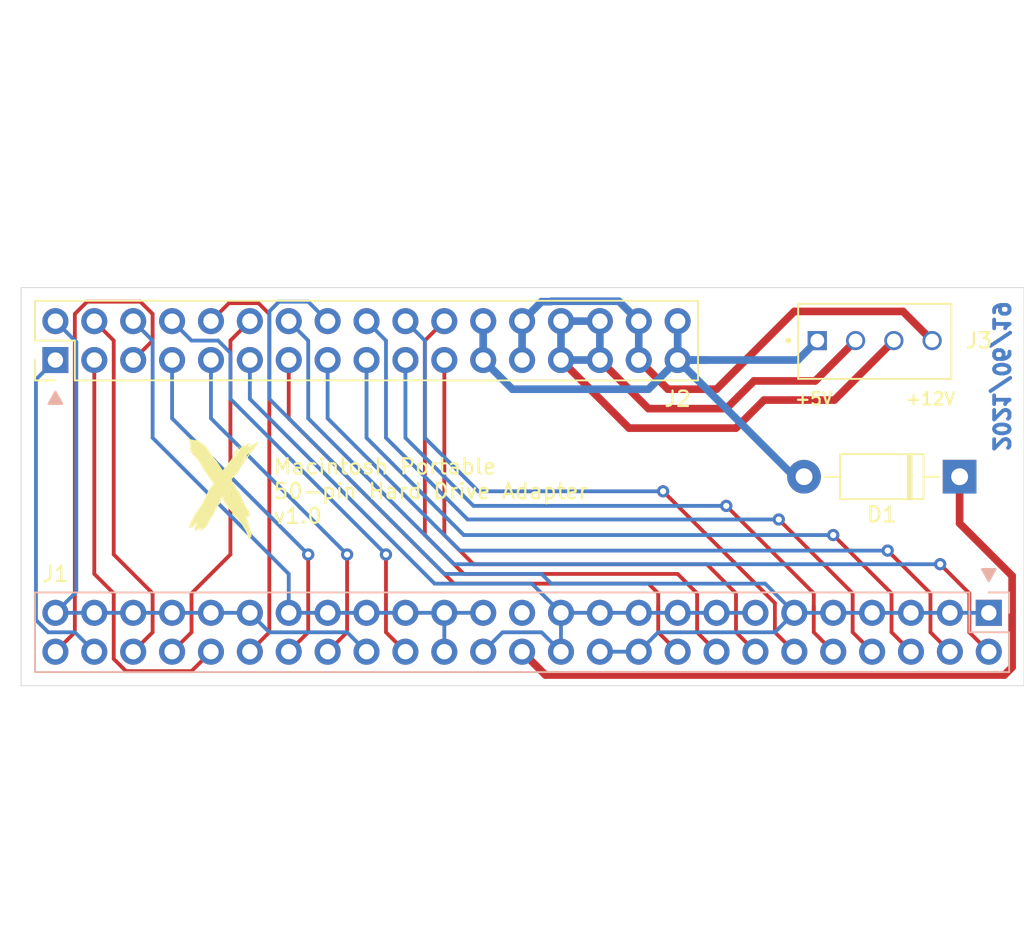
<source format=kicad_pcb>
(kicad_pcb (version 20171130) (host pcbnew "(5.1.6)-1")

  (general
    (thickness 1.6)
    (drawings 12)
    (tracks 210)
    (zones 0)
    (modules 5)
    (nets 27)
  )

  (page A4)
  (layers
    (0 F.Cu signal)
    (31 B.Cu signal)
    (32 B.Adhes user)
    (33 F.Adhes user)
    (34 B.Paste user)
    (35 F.Paste user)
    (36 B.SilkS user)
    (37 F.SilkS user)
    (38 B.Mask user)
    (39 F.Mask user)
    (40 Dwgs.User user)
    (41 Cmts.User user)
    (42 Eco1.User user)
    (43 Eco2.User user)
    (44 Edge.Cuts user)
    (45 Margin user)
    (46 B.CrtYd user)
    (47 F.CrtYd user)
    (48 B.Fab user)
    (49 F.Fab user)
  )

  (setup
    (last_trace_width 0.25)
    (user_trace_width 0.5)
    (trace_clearance 0.2)
    (zone_clearance 0.508)
    (zone_45_only no)
    (trace_min 0.2)
    (via_size 0.8)
    (via_drill 0.4)
    (via_min_size 0.4)
    (via_min_drill 0.3)
    (uvia_size 0.3)
    (uvia_drill 0.1)
    (uvias_allowed no)
    (uvia_min_size 0.2)
    (uvia_min_drill 0.1)
    (edge_width 0.05)
    (segment_width 0.2)
    (pcb_text_width 0.3)
    (pcb_text_size 1.5 1.5)
    (mod_edge_width 0.12)
    (mod_text_size 1 1)
    (mod_text_width 0.15)
    (pad_size 1.524 1.524)
    (pad_drill 0.762)
    (pad_to_mask_clearance 0.05)
    (aux_axis_origin 0 0)
    (visible_elements 7FFFFFFF)
    (pcbplotparams
      (layerselection 0x010fc_ffffffff)
      (usegerberextensions false)
      (usegerberattributes true)
      (usegerberadvancedattributes true)
      (creategerberjobfile true)
      (excludeedgelayer true)
      (linewidth 0.100000)
      (plotframeref false)
      (viasonmask false)
      (mode 1)
      (useauxorigin false)
      (hpglpennumber 1)
      (hpglpenspeed 20)
      (hpglpendiameter 15.000000)
      (psnegative false)
      (psa4output false)
      (plotreference true)
      (plotvalue true)
      (plotinvisibletext false)
      (padsonsilk false)
      (subtractmaskfromsilk false)
      (outputformat 1)
      (mirror false)
      (drillshape 1)
      (scaleselection 1)
      (outputdirectory ""))
  )

  (net 0 "")
  (net 1 /IO)
  (net 2 /GND4)
  (net 3 /REQ)
  (net 4 /CD)
  (net 5 /SEL)
  (net 6 /MSG)
  (net 7 /RST)
  (net 8 /ACK)
  (net 9 /GND3)
  (net 10 /BSY)
  (net 11 /ATN)
  (net 12 /GND2)
  (net 13 +12V)
  (net 14 "Net-(J1-Pad25)")
  (net 15 /GND1)
  (net 16 /DBP)
  (net 17 /DB7)
  (net 18 /DB6)
  (net 19 /DB5)
  (net 20 /DB4)
  (net 21 /DB3)
  (net 22 /DB2)
  (net 23 /DB1)
  (net 24 /DB0)
  (net 25 GND)
  (net 26 +5V)

  (net_class Default "This is the default net class."
    (clearance 0.2)
    (trace_width 0.25)
    (via_dia 0.8)
    (via_drill 0.4)
    (uvia_dia 0.3)
    (uvia_drill 0.1)
    (add_net +12V)
    (add_net +5V)
    (add_net /ACK)
    (add_net /ATN)
    (add_net /BSY)
    (add_net /CD)
    (add_net /DB0)
    (add_net /DB1)
    (add_net /DB2)
    (add_net /DB3)
    (add_net /DB4)
    (add_net /DB5)
    (add_net /DB6)
    (add_net /DB7)
    (add_net /DBP)
    (add_net /GND1)
    (add_net /GND2)
    (add_net /GND3)
    (add_net /GND4)
    (add_net /IO)
    (add_net /MSG)
    (add_net /REQ)
    (add_net /RST)
    (add_net /SEL)
    (add_net GND)
    (add_net "Net-(J1-Pad25)")
  )

  (module mac_portable_34pin_to_50pin_scsi:logo_7_front (layer F.Cu) (tedit 60CE9C36) (tstamp 60CF0CD1)
    (at 89.7 70.9)
    (fp_text reference G*** (at 0 -5.08) (layer F.SilkS) hide
      (effects (font (size 1.524 1.524) (thickness 0.3)))
    )
    (fp_text value LOGO (at 0 -7.62 -180) (layer F.SilkS) hide
      (effects (font (size 1.524 1.524) (thickness 0.3)))
    )
    (fp_poly (pts (xy 1.367615 -3.195497) (xy 1.36525 -3.191) (xy 1.353283 -3.178872) (xy 1.35105 -3.1783)
      (xy 1.350184 -3.186504) (xy 1.35255 -3.191) (xy 1.364516 -3.203129) (xy 1.366749 -3.2037)
      (xy 1.367615 -3.195497)) (layer F.SilkS) (width 0.01))
    (fp_poly (pts (xy 1.0287 -3.03225) (xy 1.02235 -3.0259) (xy 1.016 -3.03225) (xy 1.02235 -3.0386)
      (xy 1.0287 -3.03225)) (layer F.SilkS) (width 0.01))
    (fp_poly (pts (xy 1.0033 -3.01955) (xy 0.99695 -3.0132) (xy 0.9906 -3.01955) (xy 0.99695 -3.0259)
      (xy 1.0033 -3.01955)) (layer F.SilkS) (width 0.01))
    (fp_poly (pts (xy 1.107945 -3.017832) (xy 1.111359 -3.001981) (xy 1.1049 -2.99415) (xy 1.097358 -2.978939)
      (xy 1.099092 -2.974223) (xy 1.095573 -2.964187) (xy 1.08585 -2.9624) (xy 1.071476 -2.957353)
      (xy 1.071841 -2.951817) (xy 1.068223 -2.942345) (xy 1.061325 -2.941234) (xy 1.048077 -2.951196)
      (xy 1.04722 -2.961342) (xy 1.059092 -2.97912) (xy 1.06801 -2.981736) (xy 1.081267 -2.992006)
      (xy 1.082118 -3.003961) (xy 1.084761 -3.022441) (xy 1.090893 -3.0259) (xy 1.107945 -3.017832)) (layer F.SilkS) (width 0.01))
    (fp_poly (pts (xy 0.9017 -2.81635) (xy 0.89535 -2.81) (xy 0.889 -2.81635) (xy 0.89535 -2.8227)
      (xy 0.9017 -2.81635)) (layer F.SilkS) (width 0.01))
    (fp_poly (pts (xy 0.9779 -2.80365) (xy 0.97155 -2.7973) (xy 0.9652 -2.80365) (xy 0.97155 -2.81)
      (xy 0.9779 -2.80365)) (layer F.SilkS) (width 0.01))
    (fp_poly (pts (xy 0.833966 -2.754967) (xy 0.832223 -2.747417) (xy 0.8255 -2.7465) (xy 0.815046 -2.751147)
      (xy 0.817033 -2.754967) (xy 0.832105 -2.756487) (xy 0.833966 -2.754967)) (layer F.SilkS) (width 0.01))
    (fp_poly (pts (xy 0.5842 -2.28295) (xy 0.57785 -2.2766) (xy 0.5715 -2.28295) (xy 0.57785 -2.2893)
      (xy 0.5842 -2.28295)) (layer F.SilkS) (width 0.01))
    (fp_poly (pts (xy 0.977204 -3.017656) (xy 0.972756 -2.998129) (xy 0.95885 -2.979636) (xy 0.944312 -2.959993)
      (xy 0.94008 -2.944561) (xy 0.947495 -2.94086) (xy 0.952354 -2.943261) (xy 0.959638 -2.941243)
      (xy 0.957579 -2.931918) (xy 0.954418 -2.905716) (xy 0.96622 -2.896181) (xy 0.986709 -2.907361)
      (xy 0.990053 -2.91097) (xy 1.008983 -2.930188) (xy 1.01954 -2.937) (xy 1.02284 -2.926782)
      (xy 1.020525 -2.904308) (xy 1.015467 -2.8862) (xy 1.014238 -2.871099) (xy 1.004887 -2.860827)
      (xy 0.989614 -2.854138) (xy 0.964364 -2.834062) (xy 0.943548 -2.79442) (xy 0.933662 -2.7592)
      (xy 0.920076 -2.716796) (xy 0.897576 -2.671238) (xy 0.86942 -2.626623) (xy 0.838866 -2.587046)
      (xy 0.809171 -2.556604) (xy 0.783595 -2.539391) (xy 0.765395 -2.539504) (xy 0.761964 -2.543358)
      (xy 0.751183 -2.549405) (xy 0.737665 -2.532557) (xy 0.736487 -2.530391) (xy 0.727306 -2.510101)
      (xy 0.73286 -2.506399) (xy 0.741472 -2.509226) (xy 0.758747 -2.510896) (xy 0.762 -2.506357)
      (xy 0.753984 -2.490434) (xy 0.737233 -2.476369) (xy 0.722686 -2.472922) (xy 0.72139 -2.473844)
      (xy 0.713669 -2.466986) (xy 0.700985 -2.442331) (xy 0.692073 -2.420683) (xy 0.674243 -2.380785)
      (xy 0.650566 -2.336183) (xy 0.626208 -2.295949) (xy 0.606333 -2.269151) (xy 0.604974 -2.267741)
      (xy 0.603517 -2.276786) (xy 0.603833 -2.303204) (xy 0.604248 -2.312465) (xy 0.611121 -2.351155)
      (xy 0.626798 -2.404391) (xy 0.648271 -2.464236) (xy 0.672531 -2.52275) (xy 0.696572 -2.571995)
      (xy 0.712238 -2.597504) (xy 0.733101 -2.631301) (xy 0.75525 -2.674418) (xy 0.762446 -2.690392)
      (xy 0.781367 -2.726452) (xy 0.797138 -2.740056) (xy 0.801921 -2.739025) (xy 0.807164 -2.726884)
      (xy 0.793426 -2.712943) (xy 0.77862 -2.696597) (xy 0.778829 -2.687337) (xy 0.778037 -2.67273)
      (xy 0.766409 -2.655456) (xy 0.75278 -2.637465) (xy 0.758215 -2.633413) (xy 0.783996 -2.642825)
      (xy 0.791505 -2.646189) (xy 0.812055 -2.663491) (xy 0.837399 -2.695595) (xy 0.863569 -2.735802)
      (xy 0.886594 -2.777412) (xy 0.902506 -2.813726) (xy 0.907336 -2.838044) (xy 0.906715 -2.840647)
      (xy 0.911698 -2.856868) (xy 0.926381 -2.864292) (xy 0.948301 -2.875652) (xy 0.950135 -2.888074)
      (xy 0.93168 -2.894099) (xy 0.927186 -2.893991) (xy 0.903017 -2.880944) (xy 0.877986 -2.847079)
      (xy 0.875087 -2.84175) (xy 0.851868 -2.800108) (xy 0.838731 -2.781213) (xy 0.836465 -2.78481)
      (xy 0.845856 -2.810646) (xy 0.86177 -2.84605) (xy 0.881971 -2.887361) (xy 0.898881 -2.919178)
      (xy 0.908931 -2.934798) (xy 0.909094 -2.93495) (xy 0.912939 -2.934592) (xy 0.910159 -2.928806)
      (xy 0.912389 -2.912657) (xy 0.920822 -2.90698) (xy 0.935822 -2.90948) (xy 0.939881 -2.924562)
      (xy 0.930686 -2.940917) (xy 0.928129 -2.942714) (xy 0.925466 -2.95712) (xy 0.933105 -2.982153)
      (xy 0.946488 -3.007837) (xy 0.961061 -3.0242) (xy 0.96613 -3.0259) (xy 0.977204 -3.017656)) (layer F.SilkS) (width 0.01))
    (fp_poly (pts (xy -2.271817 -3.525016) (xy -2.241589 -3.515307) (xy -2.228288 -3.509731) (xy -2.186547 -3.495679)
      (xy -2.13399 -3.483973) (xy -2.101729 -3.47936) (xy -2.048452 -3.471361) (xy -1.995483 -3.459553)
      (xy -1.969957 -3.451864) (xy -1.920325 -3.440453) (xy -1.852659 -3.433755) (xy -1.798139 -3.4323)
      (xy -1.746274 -3.43141) (xy -1.702582 -3.427411) (xy -1.663359 -3.418314) (xy -1.624902 -3.402127)
      (xy -1.583507 -3.37686) (xy -1.53547 -3.340522) (xy -1.477088 -3.291124) (xy -1.404657 -3.226674)
      (xy -1.388573 -3.212177) (xy -1.349843 -3.179505) (xy -1.316791 -3.155761) (xy -1.294675 -3.144561)
      (xy -1.290055 -3.144408) (xy -1.272959 -3.139543) (xy -1.244843 -3.12058) (xy -1.216192 -3.09568)
      (xy -1.191928 -3.071831) (xy -1.168427 -3.0471) (xy -1.144112 -3.019345) (xy -1.117407 -2.986429)
      (xy -1.086734 -2.946212) (xy -1.050517 -2.896556) (xy -1.007178 -2.83532) (xy -0.955142 -2.760366)
      (xy -0.89283 -2.669556) (xy -0.818666 -2.560749) (xy -0.780908 -2.5052) (xy -0.719778 -2.415557)
      (xy -0.670398 -2.344136) (xy -0.630506 -2.287975) (xy -0.59784 -2.244113) (xy -0.570135 -2.209588)
      (xy -0.545129 -2.181438) (xy -0.52056 -2.156701) (xy -0.500314 -2.137935) (xy -0.462649 -2.098713)
      (xy -0.421217 -2.047548) (xy -0.384362 -1.994823) (xy -0.381 -1.989463) (xy -0.349078 -1.938897)
      (xy -0.308854 -1.876653) (xy -0.266367 -1.812018) (xy -0.239996 -1.772528) (xy -0.203728 -1.717719)
      (xy -0.170091 -1.665232) (xy -0.143248 -1.621661) (xy -0.129199 -1.59715) (xy -0.097103 -1.545293)
      (xy -0.062318 -1.503139) (xy -0.030139 -1.476845) (xy -0.022769 -1.473335) (xy -0.004718 -1.475367)
      (xy 0.013105 -1.49835) (xy 0.019328 -1.510631) (xy 0.037262 -1.539462) (xy 0.067913 -1.579964)
      (xy 0.106216 -1.625666) (xy 0.12995 -1.652013) (xy 0.220138 -1.752352) (xy 0.293519 -1.841074)
      (xy 0.353308 -1.922194) (xy 0.356306 -1.926765) (xy 1.198324 -1.926765) (xy 1.199256 -1.921)
      (xy 1.209456 -1.930736) (xy 1.2192 -1.9464) (xy 1.221843 -1.95275) (xy 1.2573 -1.95275)
      (xy 1.26365 -1.9464) (xy 1.27 -1.95275) (xy 1.26365 -1.9591) (xy 1.2573 -1.95275)
      (xy 1.221843 -1.95275) (xy 1.227375 -1.966036) (xy 1.226443 -1.9718) (xy 1.216243 -1.962065)
      (xy 1.2065 -1.9464) (xy 1.198324 -1.926765) (xy 0.356306 -1.926765) (xy 0.385221 -1.970848)
      (xy 0.403588 -1.999136) (xy 1.24498 -1.999136) (xy 1.247162 -2.001953) (xy 1.264821 -2.025669)
      (xy 1.277388 -2.04165) (xy 1.3081 -2.04165) (xy 1.31445 -2.0353) (xy 1.3208 -2.04165)
      (xy 1.31445 -2.048) (xy 1.3081 -2.04165) (xy 1.277388 -2.04165) (xy 1.291062 -2.059038)
      (xy 1.297549 -2.06705) (xy 1.3208 -2.06705) (xy 1.32715 -2.0607) (xy 1.3335 -2.06705)
      (xy 1.32715 -2.0734) (xy 1.3208 -2.06705) (xy 1.297549 -2.06705) (xy 1.30547 -2.076833)
      (xy 1.327596 -2.10515) (xy 1.3462 -2.10515) (xy 1.35255 -2.0988) (xy 1.3589 -2.10515)
      (xy 1.35255 -2.1115) (xy 1.3462 -2.10515) (xy 1.327596 -2.10515) (xy 1.332323 -2.111199)
      (xy 1.353555 -2.141121) (xy 1.354855 -2.14325) (xy 1.3716 -2.14325) (xy 1.37795 -2.1369)
      (xy 1.3843 -2.14325) (xy 1.37795 -2.1496) (xy 1.3716 -2.14325) (xy 1.354855 -2.14325)
      (xy 1.360083 -2.151811) (xy 1.375689 -2.167344) (xy 1.386899 -2.167044) (xy 1.394914 -2.166188)
      (xy 1.393821 -2.16865) (xy 1.4097 -2.16865) (xy 1.41605 -2.1623) (xy 1.4224 -2.16865)
      (xy 1.41605 -2.175) (xy 1.4097 -2.16865) (xy 1.393821 -2.16865) (xy 1.391897 -2.172982)
      (xy 1.393886 -2.190833) (xy 1.40547 -2.20675) (xy 1.4097 -2.20675) (xy 1.41605 -2.2004)
      (xy 1.4224 -2.20675) (xy 1.4351 -2.20675) (xy 1.44145 -2.2004) (xy 1.4478 -2.20675)
      (xy 1.44145 -2.2131) (xy 1.4351 -2.20675) (xy 1.4224 -2.20675) (xy 1.41605 -2.2131)
      (xy 1.4097 -2.20675) (xy 1.40547 -2.20675) (xy 1.41108 -2.214458) (xy 1.412882 -2.216219)
      (xy 1.437445 -2.243109) (xy 1.43884 -2.24485) (xy 1.4605 -2.24485) (xy 1.46685 -2.2385)
      (xy 1.4732 -2.24485) (xy 1.46685 -2.2512) (xy 1.4605 -2.24485) (xy 1.43884 -2.24485)
      (xy 1.467614 -2.280741) (xy 1.485311 -2.304773) (xy 1.510491 -2.33596) (xy 1.531593 -2.354362)
      (xy 1.541738 -2.356712) (xy 1.549418 -2.354943) (xy 1.546976 -2.358479) (xy 1.548868 -2.373119)
      (xy 1.564785 -2.396694) (xy 1.569201 -2.401661) (xy 1.589805 -2.426528) (xy 1.599972 -2.443992)
      (xy 1.6002 -2.445495) (xy 1.6082 -2.450147) (xy 1.613214 -2.447856) (xy 1.624061 -2.446799)
      (xy 1.62441 -2.450282) (xy 1.624026 -2.476142) (xy 1.631607 -2.488171) (xy 1.636888 -2.487023)
      (xy 1.648255 -2.493561) (xy 1.668133 -2.516562) (xy 1.692662 -2.550304) (xy 1.71798 -2.589066)
      (xy 1.740226 -2.627127) (xy 1.75554 -2.658767) (xy 1.758561 -2.66731) (xy 1.768146 -2.687349)
      (xy 1.775739 -2.690754) (xy 1.782921 -2.697169) (xy 1.786123 -2.71504) (xy 1.784609 -2.723485)
      (xy 1.777648 -2.723059) (xy 1.763834 -2.712199) (xy 1.741762 -2.689343) (xy 1.710024 -2.652931)
      (xy 1.667215 -2.601398) (xy 1.611929 -2.533185) (xy 1.54276 -2.446727) (xy 1.528642 -2.429)
      (xy 1.466034 -2.349727) (xy 1.416646 -2.285432) (xy 1.377374 -2.231638) (xy 1.345111 -2.183864)
      (xy 1.316754 -2.137632) (xy 1.289197 -2.088461) (xy 1.277747 -2.06705) (xy 1.258194 -2.029318)
      (xy 1.246713 -2.005492) (xy 1.24498 -1.999136) (xy 0.403588 -1.999136) (xy 0.417882 -2.02115)
      (xy 0.453397 -2.07282) (xy 0.478917 -2.107782) (xy 0.508752 -2.150557) (xy 0.535236 -2.194673)
      (xy 0.545853 -2.21571) (xy 0.561117 -2.245346) (xy 0.572535 -2.25405) (xy 0.582117 -2.247359)
      (xy 0.589216 -2.22747) (xy 0.578038 -2.205709) (xy 0.561622 -2.179555) (xy 0.564445 -2.16738)
      (xy 0.5842 -2.165792) (xy 0.604876 -2.172416) (xy 0.609599 -2.179741) (xy 0.616841 -2.195321)
      (xy 0.636123 -2.225811) (xy 0.663783 -2.266161) (xy 0.696159 -2.311317) (xy 0.729588 -2.356226)
      (xy 0.760406 -2.395837) (xy 0.784953 -2.425096) (xy 0.794893 -2.43535) (xy 0.817944 -2.462684)
      (xy 0.842273 -2.500663) (xy 0.84959 -2.514372) (xy 0.875836 -2.559069) (xy 0.907228 -2.602666)
      (xy 0.914519 -2.611347) (xy 0.944081 -2.651263) (xy 0.968988 -2.69508) (xy 0.972856 -2.703775)
      (xy 0.990706 -2.740861) (xy 1.009264 -2.770629) (xy 1.012883 -2.775075) (xy 1.023821 -2.79193)
      (xy 1.021143 -2.797495) (xy 1.018391 -2.80287) (xy 1.023188 -2.80702) (xy 1.037396 -2.822103)
      (xy 1.059792 -2.851179) (xy 1.077773 -2.876675) (xy 1.080221 -2.87985) (xy 1.8669 -2.87985)
      (xy 1.87325 -2.8735) (xy 1.8796 -2.87985) (xy 1.87325 -2.8862) (xy 1.8669 -2.87985)
      (xy 1.080221 -2.87985) (xy 1.099811 -2.90525) (xy 1.8796 -2.90525) (xy 1.88595 -2.8989)
      (xy 1.8923 -2.90525) (xy 1.88595 -2.9116) (xy 1.8796 -2.90525) (xy 1.099811 -2.90525)
      (xy 1.103121 -2.909541) (xy 1.125741 -2.931451) (xy 1.13719 -2.937) (xy 1.153947 -2.945612)
      (xy 1.182711 -2.968571) (xy 1.218256 -3.00156) (xy 1.23183 -3.015187) (xy 1.272413 -3.059182)
      (xy 1.296528 -3.09216) (xy 1.307442 -3.119096) (xy 1.308992 -3.132662) (xy 1.312828 -3.169714)
      (xy 1.319673 -3.196996) (xy 1.327154 -3.212144) (xy 1.332187 -3.205512) (xy 1.335984 -3.187914)
      (xy 1.337868 -3.161819) (xy 1.333474 -3.150169) (xy 1.325629 -3.136539) (xy 1.317361 -3.107167)
      (xy 1.315459 -3.097672) (xy 1.306478 -3.048794) (xy 1.361264 -3.057711) (xy 1.441213 -3.079555)
      (xy 1.508939 -3.119241) (xy 1.543127 -3.149129) (xy 1.585915 -3.18275) (xy 1.637012 -3.205861)
      (xy 1.703637 -3.2214) (xy 1.730375 -3.225383) (xy 1.764933 -3.226015) (xy 1.777475 -3.216578)
      (xy 1.767001 -3.198269) (xy 1.759089 -3.191117) (xy 1.746904 -3.172606) (xy 1.748016 -3.162742)
      (xy 1.746143 -3.146193) (xy 1.73912 -3.139718) (xy 1.724877 -3.120193) (xy 1.717899 -3.095877)
      (xy 1.710064 -3.066434) (xy 1.694397 -3.024707) (xy 1.679127 -2.990165) (xy 1.656288 -2.941713)
      (xy 1.644367 -2.914389) (xy 1.643345 -2.906393) (xy 1.653204 -2.915927) (xy 1.673923 -2.941194)
      (xy 1.67867 -2.947107) (xy 1.734811 -3.009269) (xy 1.796272 -3.064171) (xy 1.85836 -3.108537)
      (xy 1.916379 -3.139087) (xy 1.965637 -3.152546) (xy 1.973405 -3.1529) (xy 2.001288 -3.161618)
      (xy 2.039922 -3.185271) (xy 2.070685 -3.209374) (xy 2.139899 -3.262228) (xy 2.197753 -3.292998)
      (xy 2.24397 -3.301551) (xy 2.255389 -3.299799) (xy 2.274835 -3.293238) (xy 2.279619 -3.281889)
      (xy 2.271681 -3.257602) (xy 2.267719 -3.248033) (xy 2.241014 -3.195395) (xy 2.19965 -3.130934)
      (xy 2.142575 -3.053199) (xy 2.068739 -2.960741) (xy 2.000383 -2.879284) (xy 1.963111 -2.834928)
      (xy 1.929355 -2.79357) (xy 1.904617 -2.761994) (xy 1.89865 -2.753863) (xy 1.871678 -2.717048)
      (xy 1.846669 -2.684579) (xy 1.830001 -2.661474) (xy 1.803346 -2.622019) (xy 1.770154 -2.571419)
      (xy 1.733875 -2.514879) (xy 1.727744 -2.5052) (xy 1.691197 -2.448829) (xy 1.645965 -2.381325)
      (xy 1.594054 -2.305484) (xy 1.537472 -2.224101) (xy 1.478229 -2.13997) (xy 1.418331 -2.055887)
      (xy 1.359788 -1.974648) (xy 1.304606 -1.899046) (xy 1.254794 -1.831877) (xy 1.21236 -1.775937)
      (xy 1.179313 -1.73402) (xy 1.157659 -1.708922) (xy 1.151919 -1.703681) (xy 1.140692 -1.686983)
      (xy 1.140393 -1.684631) (xy 1.135582 -1.662902) (xy 1.12137 -1.630043) (xy 1.096074 -1.582587)
      (xy 1.064081 -1.5273) (xy 1.030849 -1.469183) (xy 0.996194 -1.405536) (xy 0.967205 -1.349401)
      (xy 0.965311 -1.345561) (xy 0.933464 -1.288114) (xy 0.903736 -1.248637) (xy 0.878111 -1.229337)
      (xy 0.86153 -1.23013) (xy 0.851332 -1.228658) (xy 0.8509 -1.225875) (xy 0.842625 -1.212919)
      (xy 0.82013 -1.185799) (xy 0.786904 -1.148554) (xy 0.748749 -1.10765) (xy 0.682812 -1.038352)
      (xy 0.632451 -0.98504) (xy 0.595874 -0.945167) (xy 0.571289 -0.916186) (xy 0.556904 -0.895549)
      (xy 0.550927 -0.880708) (xy 0.551567 -0.869115) (xy 0.557032 -0.858223) (xy 0.56497 -0.846343)
      (xy 0.579174 -0.816471) (xy 0.575877 -0.789444) (xy 0.572822 -0.782181) (xy 0.562999 -0.759843)
      (xy 0.56136 -0.744669) (xy 0.570398 -0.728272) (xy 0.592605 -0.702266) (xy 0.598606 -0.695448)
      (xy 0.619117 -0.667403) (xy 0.647481 -0.622266) (xy 0.680306 -0.565722) (xy 0.714206 -0.503458)
      (xy 0.722431 -0.487704) (xy 0.755509 -0.423912) (xy 0.787161 -0.363135) (xy 0.814228 -0.31142)
      (xy 0.833551 -0.274816) (xy 0.836619 -0.269074) (xy 0.869328 -0.213074) (xy 0.903408 -0.163052)
      (xy 0.935392 -0.123404) (xy 0.96181 -0.098525) (xy 0.976155 -0.0922) (xy 1.013717 -0.080565)
      (xy 1.044424 -0.049909) (xy 1.06175 -0.007186) (xy 1.069945 0.017897) (xy 1.08786 0.061436)
      (xy 1.11363 0.119277) (xy 1.145392 0.18727) (xy 1.181283 0.261263) (xy 1.191262 0.281374)
      (xy 1.238709 0.378423) (xy 1.274264 0.455626) (xy 1.298812 0.515087) (xy 1.313235 0.558915)
      (xy 1.318048 0.583842) (xy 1.325083 0.622653) (xy 1.336017 0.651445) (xy 1.341443 0.658422)
      (xy 1.356605 0.678591) (xy 1.3589 0.687903) (xy 1.365828 0.706409) (xy 1.383412 0.736357)
      (xy 1.394787 0.753023) (xy 1.422191 0.797733) (xy 1.446979 0.848427) (xy 1.452842 0.863094)
      (xy 1.47779 0.916966) (xy 1.514653 0.980124) (xy 1.557737 1.043548) (xy 1.60099 1.097812)
      (xy 1.651408 1.158527) (xy 1.685456 1.210467) (xy 1.706607 1.26071) (xy 1.718336 1.316335)
      (xy 1.721279 1.3429) (xy 1.7261 1.38994) (xy 1.730954 1.426711) (xy 1.734897 1.446219)
      (xy 1.73536 1.447239) (xy 1.734305 1.466687) (xy 1.720286 1.49686) (xy 1.698089 1.530312)
      (xy 1.672501 1.5596) (xy 1.653424 1.574675) (xy 1.616423 1.592937) (xy 1.595448 1.594052)
      (xy 1.587706 1.57793) (xy 1.5875 1.572558) (xy 1.582467 1.550326) (xy 1.576346 1.543983)
      (xy 1.563115 1.531771) (xy 1.54212 1.505536) (xy 1.530279 1.48895) (xy 1.509793 1.459793)
      (xy 1.500787 1.450391) (xy 1.500563 1.459426) (xy 1.504239 1.47625) (xy 1.510846 1.509241)
      (xy 1.518965 1.556089) (xy 1.52536 1.5969) (xy 1.539742 1.690897) (xy 1.551855 1.763037)
      (xy 1.562362 1.816693) (xy 1.571924 1.855238) (xy 1.581205 1.882044) (xy 1.581463 1.88265)
      (xy 1.59585 1.921379) (xy 1.605219 1.954157) (xy 1.620294 1.982633) (xy 1.638668 1.994376)
      (xy 1.657174 2.005148) (xy 1.657897 2.028041) (xy 1.656828 2.032608) (xy 1.655612 2.059496)
      (xy 1.66267 2.072514) (xy 1.674123 2.090972) (xy 1.6764 2.10628) (xy 1.682132 2.135032)
      (xy 1.695969 2.169397) (xy 1.696418 2.170272) (xy 1.708016 2.194171) (xy 1.716722 2.217604)
      (xy 1.724329 2.247316) (xy 1.73263 2.290056) (xy 1.740848 2.337404) (xy 1.751308 2.387779)
      (xy 1.764346 2.435967) (xy 1.771944 2.458054) (xy 1.794005 2.521339) (xy 1.812606 2.588982)
      (xy 1.826994 2.656144) (xy 1.836412 2.717987) (xy 1.840105 2.769669) (xy 1.837319 2.806352)
      (xy 1.8288 2.82245) (xy 1.820142 2.839372) (xy 1.816133 2.87002) (xy 1.8161 2.873155)
      (xy 1.813233 2.902983) (xy 1.800436 2.91612) (xy 1.781175 2.920031) (xy 1.74625 2.92405)
      (xy 1.750564 3.016125) (xy 1.751869 3.060773) (xy 1.751325 3.093491) (xy 1.749062 3.107983)
      (xy 1.748644 3.1082) (xy 1.73895 3.098341) (xy 1.722208 3.073664) (xy 1.715754 3.063024)
      (xy 1.698789 3.030977) (xy 1.689359 3.006795) (xy 1.688703 3.002699) (xy 1.682206 2.98347)
      (xy 1.666238 2.952362) (xy 1.657018 2.93675) (xy 1.637985 2.900299) (xy 1.626853 2.868256)
      (xy 1.625665 2.859087) (xy 1.617985 2.829528) (xy 1.602039 2.801937) (xy 1.584132 2.769022)
      (xy 1.570743 2.727503) (xy 1.569411 2.72085) (xy 1.559288 2.683944) (xy 1.540843 2.633315)
      (xy 1.517076 2.575733) (xy 1.490989 2.51797) (xy 1.465583 2.466798) (xy 1.44386 2.428987)
      (xy 1.434312 2.41605) (xy 1.413495 2.388001) (xy 1.384548 2.342601) (xy 1.382923 2.33985)
      (xy 1.397 2.33985) (xy 1.40335 2.3462) (xy 1.4097 2.33985) (xy 1.40335 2.3335)
      (xy 1.397 2.33985) (xy 1.382923 2.33985) (xy 1.350647 2.285242) (xy 1.314967 2.221317)
      (xy 1.280684 2.156219) (xy 1.276952 2.148855) (xy 1.256558 2.11196) (xy 1.23083 2.072696)
      (xy 1.197348 2.028019) (xy 1.153695 1.974883) (xy 1.09745 1.910243) (xy 1.038339 1.84455)
      (xy 1.1557 1.84455) (xy 1.16205 1.8509) (xy 1.1684 1.84455) (xy 1.16205 1.8382)
      (xy 1.1557 1.84455) (xy 1.038339 1.84455) (xy 1.026196 1.831055) (xy 1.012897 1.816454)
      (xy 0.989589 1.789536) (xy 1.308486 1.789536) (xy 1.312777 1.819699) (xy 1.317249 1.833986)
      (xy 1.324911 1.849815) (xy 1.32937 1.842123) (xy 1.330804 1.835424) (xy 1.328389 1.806458)
      (xy 1.32204 1.790974) (xy 1.311812 1.775935) (xy 1.308704 1.783016) (xy 1.308486 1.789536)
      (xy 0.989589 1.789536) (xy 0.975361 1.773106) (xy 0.947002 1.7366) (xy 1.1176 1.7366)
      (xy 1.122246 1.747053) (xy 1.126066 1.745066) (xy 1.127586 1.729994) (xy 1.126066 1.728133)
      (xy 1.118516 1.729876) (xy 1.1176 1.7366) (xy 0.947002 1.7366) (xy 0.944447 1.733312)
      (xy 0.924415 1.702769) (xy 0.919445 1.691473) (xy 0.913424 1.67674) (xy 1.094247 1.67674)
      (xy 1.097337 1.683837) (xy 1.110124 1.697471) (xy 1.117476 1.694674) (xy 1.1176 1.692899)
      (xy 1.108579 1.682157) (xy 1.102937 1.678237) (xy 1.094247 1.67674) (xy 0.913424 1.67674)
      (xy 0.908811 1.665454) (xy 0.893933 1.663353) (xy 0.879946 1.674533) (xy 0.859942 1.682342)
      (xy 0.838931 1.665894) (xy 0.819021 1.630956) (xy 0.801378 1.60101) (xy 0.793985 1.59055)
      (xy 1.0668 1.59055) (xy 1.07315 1.5969) (xy 1.0795 1.59055) (xy 1.07315 1.5842)
      (xy 1.0668 1.59055) (xy 0.793985 1.59055) (xy 0.77284 1.560638) (xy 0.73944 1.518351)
      (xy 0.737924 1.516545) (xy 0.717611 1.489877) (xy 1.030485 1.489877) (xy 1.03677 1.510124)
      (xy 1.045931 1.520691) (xy 1.046162 1.5207) (xy 1.047901 1.510419) (xy 1.044948 1.494796)
      (xy 1.037158 1.476798) (xy 1.031868 1.475198) (xy 1.030485 1.489877) (xy 0.717611 1.489877)
      (xy 0.707231 1.47625) (xy 0.8001 1.47625) (xy 0.80645 1.4826) (xy 0.8128 1.47625)
      (xy 0.80645 1.4699) (xy 0.8001 1.47625) (xy 0.707231 1.47625) (xy 0.699639 1.466284)
      (xy 0.689485 1.45085) (xy 1.016 1.45085) (xy 1.02235 1.4572) (xy 1.0287 1.45085)
      (xy 1.02235 1.4445) (xy 1.016 1.45085) (xy 0.689485 1.45085) (xy 0.662119 1.409254)
      (xy 0.636812 1.364145) (xy 0.612717 1.32385) (xy 0.6858 1.32385) (xy 0.69215 1.3302)
      (xy 0.6985 1.32385) (xy 0.69215 1.3175) (xy 0.6858 1.32385) (xy 0.612717 1.32385)
      (xy 0.60651 1.31347) (xy 0.563807 1.255678) (xy 0.521027 1.206314) (xy 0.639587 1.206314)
      (xy 0.646164 1.230694) (xy 0.657674 1.260079) (xy 0.670234 1.285932) (xy 0.67996 1.29972)
      (xy 0.682188 1.299944) (xy 0.681498 1.285798) (xy 0.674575 1.269457) (xy 0.667193 1.246658)
      (xy 0.669313 1.236619) (xy 0.667445 1.22931) (xy 0.661767 1.2286) (xy 0.651888 1.221612)
      (xy 0.653507 1.216777) (xy 0.652182 1.200354) (xy 0.649022 1.197667) (xy 0.639738 1.20013)
      (xy 0.639587 1.206314) (xy 0.521027 1.206314) (xy 0.515648 1.200108) (xy 0.511725 1.195993)
      (xy 0.464723 1.143473) (xy 0.413082 1.08008) (xy 0.386348 1.04445) (xy 0.7493 1.04445)
      (xy 0.75565 1.0508) (xy 0.762 1.04445) (xy 0.75565 1.0381) (xy 0.7493 1.04445)
      (xy 0.386348 1.04445) (xy 0.365445 1.016592) (xy 0.34925 0.993294) (xy 0.31554 0.9435)
      (xy 0.271943 0.87935) (xy 0.4572 0.87935) (xy 0.46355 0.8857) (xy 0.4699 0.87935)
      (xy 0.46355 0.873) (xy 0.4572 0.87935) (xy 0.271943 0.87935) (xy 0.271874 0.879249)
      (xy 0.22267 0.807027) (xy 0.19401 0.76505) (xy 0.4064 0.76505) (xy 0.41275 0.7714)
      (xy 0.4191 0.76505) (xy 0.41275 0.7587) (xy 0.4064 0.76505) (xy 0.19401 0.76505)
      (xy 0.176667 0.73965) (xy 0.3937 0.73965) (xy 0.40005 0.746) (xy 0.4064 0.73965)
      (xy 0.40005 0.7333) (xy 0.3937 0.73965) (xy 0.176667 0.73965) (xy 0.172345 0.733321)
      (xy 0.142875 0.690245) (xy 0.11439 0.64804) (xy 1.119647 0.64804) (xy 1.122737 0.655137)
      (xy 1.135524 0.668771) (xy 1.142876 0.665974) (xy 1.143 0.664199) (xy 1.133979 0.653457)
      (xy 1.128337 0.649537) (xy 1.119647 0.64804) (xy 0.11439 0.64804) (xy 0.101181 0.62847)
      (xy 0.065021 0.573197) (xy 0.036695 0.528085) (xy 0.034176 0.52375) (xy 0.2667 0.52375)
      (xy 0.27305 0.5301) (xy 0.2794 0.52375) (xy 1.0414 0.52375) (xy 1.04775 0.5301)
      (xy 1.0541 0.52375) (xy 1.04775 0.5174) (xy 1.0414 0.52375) (xy 0.2794 0.52375)
      (xy 0.27305 0.5174) (xy 0.2667 0.52375) (xy 0.034176 0.52375) (xy 0.018505 0.496791)
      (xy 0.0127 0.48337) (xy 0.006436 0.467969) (xy 0.002639 0.466696) (xy 0.229431 0.466696)
      (xy 0.232585 0.473273) (xy 0.23968 0.482475) (xy 0.258217 0.502219) (xy 0.266491 0.502133)
      (xy 0.2667 0.499905) (xy 0.258021 0.489303) (xy 0.253764 0.48565) (xy 1.0287 0.48565)
      (xy 1.03505 0.492) (xy 1.0414 0.48565) (xy 1.03505 0.4793) (xy 1.0287 0.48565)
      (xy 0.253764 0.48565) (xy 0.244475 0.47768) (xy 0.237997 0.47295) (xy 0.9906 0.47295)
      (xy 0.99695 0.4793) (xy 1.0033 0.47295) (xy 0.99695 0.4666) (xy 0.9906 0.47295)
      (xy 0.237997 0.47295) (xy 0.229431 0.466696) (xy 0.002639 0.466696) (xy 0.002352 0.4666)
      (xy -0.00849 0.456325) (xy -0.01396 0.44755) (xy 0.9652 0.44755) (xy 0.97155 0.4539)
      (xy 0.9779 0.44755) (xy 0.97155 0.4412) (xy 0.9652 0.44755) (xy -0.01396 0.44755)
      (xy -0.023909 0.431593) (xy -0.030042 0.41944) (xy 0.979947 0.41944) (xy 0.983037 0.426537)
      (xy 0.995824 0.440171) (xy 1.003176 0.437374) (xy 1.0033 0.435599) (xy 0.994279 0.424857)
      (xy 0.988637 0.420937) (xy 0.979947 0.41944) (xy -0.030042 0.41944) (xy -0.039078 0.401538)
      (xy -0.049165 0.375296) (xy -0.049862 0.37135) (xy 0.9398 0.37135) (xy 0.94615 0.3777)
      (xy 0.9525 0.37135) (xy 0.94615 0.365) (xy 0.9398 0.37135) (xy -0.049862 0.37135)
      (xy -0.0508 0.36605) (xy -0.040237 0.354545) (xy -0.025401 0.34862) (xy -0.004746 0.334723)
      (xy 0 0.321738) (xy 0.008308 0.30412) (xy 0.016311 0.3015) (xy 0.033337 0.291519)
      (xy 0.052826 0.267229) (xy 0.054411 0.264615) (xy 0.071431 0.233291) (xy 0.071743 0.23165)
      (xy 0.8001 0.23165) (xy 0.80645 0.238) (xy 0.8128 0.23165) (xy 0.80645 0.2253)
      (xy 0.8001 0.23165) (xy 0.071743 0.23165) (xy 0.074396 0.217728) (xy 0.063674 0.212782)
      (xy 0.058159 0.2126) (xy 0.043094 0.223597) (xy 0.031881 0.250108) (xy 0.03175 0.250699)
      (xy 0.022518 0.278701) (xy 0.007403 0.288283) (xy -0.006907 0.288139) (xy -0.020092 0.295127)
      (xy -0.044384 0.313336) (xy -0.052331 0.319889) (xy -0.07937 0.340575) (xy -0.098679 0.351692)
      (xy -0.101442 0.3523) (xy -0.112855 0.362655) (xy -0.129852 0.388955) (xy -0.1391 0.406275)
      (xy -0.160599 0.446513) (xy -0.181882 0.482354) (xy -0.187858 0.491368) (xy -0.20181 0.512664)
      (xy -0.200704 0.51823) (xy -0.187325 0.513992) (xy -0.169109 0.512608) (xy -0.1651 0.518548)
      (xy -0.157296 0.525761) (xy -0.1524 0.523749) (xy -0.143268 0.520009) (xy -0.141403 0.52638)
      (xy -0.147819 0.546208) (xy -0.163528 0.58284) (xy -0.183564 0.626701) (xy -0.208967 0.678551)
      (xy -0.234017 0.72059) (xy -0.264396 0.760947) (xy -0.305791 0.807756) (xy -0.323057 0.826237)
      (xy -0.343143 0.841345) (xy -0.353129 0.837373) (xy -0.351718 0.819063) (xy -0.337617 0.79116)
      (xy -0.334033 0.786035) (xy -0.308891 0.75014) (xy -0.299814 0.733733) (xy -0.306762 0.736902)
      (xy -0.329696 0.759734) (xy -0.340581 0.7714) (xy -0.370365 0.807491) (xy -0.392601 0.841444)
      (xy -0.400736 0.8603) (xy -0.411676 0.898188) (xy -0.419979 0.921222) (xy -0.429419 0.95355)
      (xy -0.4318 0.972983) (xy -0.440554 0.996998) (xy -0.461679 1.023636) (xy -0.462339 1.024261)
      (xy -0.486205 1.057312) (xy -0.501128 1.096941) (xy -0.501231 1.097481) (xy -0.511913 1.13193)
      (xy -0.533068 1.18312) (xy -0.562095 1.246017) (xy -0.59639 1.315586) (xy -0.633352 1.386794)
      (xy -0.670378 1.454605) (xy -0.704866 1.513985) (xy -0.734213 1.5599) (xy -0.752824 1.5842)
      (xy -0.797539 1.640341) (xy -0.846381 1.71332) (xy -0.895261 1.795938) (xy -0.940093 1.880999)
      (xy -0.976787 1.961306) (xy -0.995862 2.012106) (xy -1.012638 2.055621) (xy -1.031286 2.093256)
      (xy -1.040491 2.107356) (xy -1.05925 2.135128) (xy -1.082842 2.175042) (xy -1.098001 2.202963)
      (xy -1.120789 2.242339) (xy -1.141277 2.264318) (xy -1.166181 2.275251) (xy -1.176907 2.277592)
      (xy -1.208431 2.287885) (xy -1.227228 2.302131) (xy -1.228203 2.304083) (xy -1.243365 2.316593)
      (xy -1.252396 2.315652) (xy -1.270893 2.320157) (xy -1.283536 2.33506) (xy -1.296606 2.352613)
      (xy -1.304112 2.354421) (xy -1.316218 2.357515) (xy -1.335401 2.374629) (xy -1.355139 2.398329)
      (xy -1.368913 2.421182) (xy -1.3716 2.431354) (xy -1.377897 2.443266) (xy -1.383532 2.441924)
      (xy -1.398946 2.445492) (xy -1.422117 2.463607) (xy -1.427982 2.46962) (xy -1.4605 2.50469)
      (xy -1.462513 2.40322) (xy -1.463254 2.352407) (xy -1.463396 2.309662) (xy -1.462924 2.28284)
      (xy -1.462749 2.280014) (xy -1.467367 2.264745) (xy -1.481126 2.267065) (xy -1.497775 2.284357)
      (xy -1.505219 2.297779) (xy -1.512712 2.312457) (xy -1.522766 2.324146) (xy -1.540343 2.336149)
      (xy -1.570407 2.351772) (xy -1.617923 2.374317) (xy -1.6256 2.37791) (xy -1.68358 2.412697)
      (xy -1.736564 2.462495) (xy -1.756291 2.485746) (xy -1.787198 2.520894) (xy -1.813657 2.545555)
      (xy -1.830729 2.555239) (xy -1.832491 2.55502) (xy -1.840276 2.542498) (xy -1.844084 2.51077)
      (xy -1.84415 2.45727) (xy -1.843412 2.434967) (xy -1.842532 2.377953) (xy -1.844564 2.343025)
      (xy -1.827327 2.343025) (xy -1.822734 2.364923) (xy -1.801388 2.371539) (xy -1.797449 2.3716)
      (xy -1.774976 2.367297) (xy -1.773391 2.352599) (xy -1.773532 2.352225) (xy -1.784626 2.34003)
      (xy -1.797473 2.34655) (xy -1.812342 2.351917) (xy -1.819916 2.337349) (xy -1.823708 2.32715)
      (xy -1.7653 2.32715) (xy -1.75895 2.3335) (xy -1.7526 2.32715) (xy -1.75895 2.3208)
      (xy -1.7653 2.32715) (xy -1.823708 2.32715) (xy -1.824558 2.324864) (xy -1.826929 2.336403)
      (xy -1.827327 2.343025) (xy -1.844564 2.343025) (xy -1.844795 2.339062) (xy -1.849972 2.32149)
      (xy -1.851587 2.3208) (xy -1.856268 2.310198) (xy -1.855838 2.30175) (xy -1.7653 2.30175)
      (xy -1.75895 2.3081) (xy -1.7526 2.30175) (xy -1.7399 2.30175) (xy -1.73355 2.3081)
      (xy -1.7272 2.30175) (xy -1.5875 2.30175) (xy -1.58115 2.3081) (xy -1.5748 2.30175)
      (xy -1.58115 2.2954) (xy -1.5875 2.30175) (xy -1.7272 2.30175) (xy -1.73355 2.2954)
      (xy -1.7399 2.30175) (xy -1.7526 2.30175) (xy -1.75895 2.2954) (xy -1.7653 2.30175)
      (xy -1.855838 2.30175) (xy -1.855192 2.28905) (xy -1.5621 2.28905) (xy -1.55575 2.2954)
      (xy -1.5494 2.28905) (xy -1.55575 2.2827) (xy -1.5621 2.28905) (xy -1.855192 2.28905)
      (xy -1.854957 2.284444) (xy -1.851252 2.26365) (xy -1.7145 2.26365) (xy -1.70815 2.27)
      (xy -1.7018 2.26365) (xy -1.524 2.26365) (xy -1.51765 2.27) (xy -1.5113 2.26365)
      (xy -1.51765 2.2573) (xy -1.524 2.26365) (xy -1.7018 2.26365) (xy -1.70815 2.2573)
      (xy -1.7145 2.26365) (xy -1.851252 2.26365) (xy -1.849285 2.252615) (xy -1.840885 2.223788)
      (xy -1.839134 2.220699) (xy -1.5113 2.220699) (xy -1.503476 2.227584) (xy -1.4986 2.22555)
      (xy -1.4605 2.22555) (xy -1.45415 2.2319) (xy -1.4478 2.22555) (xy -1.45415 2.2192)
      (xy -1.4605 2.22555) (xy -1.4986 2.22555) (xy -1.486375 2.208726) (xy -1.4859 2.205)
      (xy -1.493725 2.198115) (xy -1.4986 2.20015) (xy -1.510826 2.216973) (xy -1.5113 2.220699)
      (xy -1.839134 2.220699) (xy -1.831388 2.207039) (xy -1.831096 2.206812) (xy -1.821416 2.192661)
      (xy -1.804865 2.162147) (xy -1.798554 2.14935) (xy -1.4986 2.14935) (xy -1.49225 2.1557)
      (xy -1.4859 2.14935) (xy -1.49225 2.143) (xy -1.4986 2.14935) (xy -1.798554 2.14935)
      (xy -1.786025 2.12395) (xy -1.758333 2.075939) (xy -1.738198 2.04775) (xy -1.6002 2.04775)
      (xy -1.59385 2.0541) (xy -1.5875 2.04775) (xy -1.4859 2.04775) (xy -1.47955 2.0541)
      (xy -1.4732 2.04775) (xy -1.47955 2.0414) (xy -1.4859 2.04775) (xy -1.5875 2.04775)
      (xy -1.59385 2.0414) (xy -1.6002 2.04775) (xy -1.738198 2.04775) (xy -1.719234 2.021201)
      (xy -1.709507 2.00965) (xy -1.5748 2.00965) (xy -1.56845 2.016) (xy -1.5621 2.00965)
      (xy -1.56845 2.0033) (xy -1.5748 2.00965) (xy -1.709507 2.00965) (xy -1.703055 2.001988)
      (xy -1.468408 2.001988) (xy -1.466836 2.0033) (xy -1.458285 1.993012) (xy -1.443119 1.966866)
      (xy -1.434031 1.949325) (xy -1.422011 1.922325) (xy -1.420259 1.911234) (xy -1.425079 1.9144)
      (xy -1.439732 1.934625) (xy -1.45449 1.961613) (xy -1.465375 1.986891) (xy -1.468408 2.001988)
      (xy -1.703055 2.001988) (xy -1.676156 1.970047) (xy -1.671898 1.965507) (xy -1.638759 1.929866)
      (xy -1.623183 1.911219) (xy -1.625363 1.909661) (xy -1.645493 1.92529) (xy -1.683767 1.958203)
      (xy -1.718276 1.988742) (xy -1.753426 2.016576) (xy -1.783759 2.034488) (xy -1.800826 2.038674)
      (xy -1.823074 2.044958) (xy -1.847181 2.065236) (xy -1.86403 2.090593) (xy -1.866901 2.10327)
      (xy -1.876525 2.118267) (xy -1.900522 2.139222) (xy -1.909626 2.145717) (xy -1.938332 2.169548)
      (xy -1.975476 2.206233) (xy -2.013875 2.248595) (xy -2.020751 2.25673) (xy -2.054205 2.295849)
      (xy -2.07522 2.317163) (xy -2.086884 2.322971) (xy -2.092286 2.315568) (xy -2.093219 2.310624)
      (xy -2.090298 2.284084) (xy -2.078505 2.244895) (xy -2.065718 2.213579) (xy -2.049297 2.173163)
      (xy -2.046749 2.153989) (xy -2.058039 2.156042) (xy -2.083137 2.17931) (xy -2.122008 2.223776)
      (xy -2.140016 2.245773) (xy -2.180993 2.293911) (xy -2.210739 2.323296) (xy -2.228367 2.333286)
      (xy -2.232993 2.323237) (xy -2.230383 2.311275) (xy -2.224177 2.284521) (xy -2.217137 2.246657)
      (xy -2.215758 2.23825) (xy -2.208362 2.198328) (xy -2.198426 2.159828) (xy -2.184144 2.117994)
      (xy -2.163711 2.068073) (xy -2.13532 2.00531) (xy -2.097164 1.924951) (xy -2.095143 1.92075)
      (xy -2.089034 1.90805) (xy -1.5113 1.90805) (xy -1.50495 1.9144) (xy -1.4986 1.90805)
      (xy -1.50495 1.9017) (xy -1.5113 1.90805) (xy -2.089034 1.90805) (xy -2.076456 1.881902)
      (xy -1.409506 1.881902) (xy -1.403632 1.882569) (xy -1.391689 1.869222) (xy -1.380048 1.848204)
      (xy -1.379679 1.838587) (xy -1.389733 1.842093) (xy -1.401957 1.858952) (xy -1.409262 1.878868)
      (xy -1.409506 1.881902) (xy -2.076456 1.881902) (xy -2.070706 1.86995) (xy -1.4859 1.86995)
      (xy -1.47955 1.8763) (xy -1.4732 1.86995) (xy -1.47955 1.8636) (xy -1.4859 1.86995)
      (xy -2.070706 1.86995) (xy -2.060188 1.848087) (xy -2.052385 1.83185) (xy -1.4605 1.83185)
      (xy -1.45415 1.8382) (xy -1.4478 1.83185) (xy -1.45415 1.8255) (xy -1.4605 1.83185)
      (xy -2.052385 1.83185) (xy -2.044725 1.81591) (xy -1.3843 1.81591) (xy -1.376653 1.819781)
      (xy -1.36525 1.8128) (xy -1.349242 1.793677) (xy -1.3462 1.784289) (xy -1.353848 1.780418)
      (xy -1.36525 1.7874) (xy -1.381259 1.806522) (xy -1.3843 1.81591) (xy -2.044725 1.81591)
      (xy -2.02797 1.78105) (xy -1.4224 1.78105) (xy -1.41605 1.7874) (xy -1.4097 1.78105)
      (xy -1.41605 1.7747) (xy -1.4224 1.78105) (xy -2.02797 1.78105) (xy -2.024103 1.773004)
      (xy -2.01018 1.744007) (xy -1.342457 1.744007) (xy -1.339535 1.74981) (xy -1.328434 1.757157)
      (xy -1.31962 1.74748) (xy -1.316677 1.730103) (xy -1.322001 1.725752) (xy -1.340537 1.727349)
      (xy -1.342457 1.744007) (xy -2.01018 1.744007) (xy -2.003574 1.73025) (xy -1.3843 1.73025)
      (xy -1.37795 1.7366) (xy -1.3716 1.73025) (xy -1.37795 1.7239) (xy -1.3843 1.73025)
      (xy -2.003574 1.73025) (xy -1.991929 1.705998) (xy -1.328434 1.705998) (xy -1.321613 1.710372)
      (xy -1.312205 1.708961) (xy -1.290641 1.694584) (xy -1.28509 1.682479) (xy -1.286391 1.663366)
      (xy -1.298337 1.663828) (xy -1.316176 1.683241) (xy -1.318529 1.686882) (xy -1.328434 1.705998)
      (xy -1.991929 1.705998) (xy -1.990615 1.703263) (xy -1.985286 1.69215) (xy -1.3589 1.69215)
      (xy -1.35255 1.6985) (xy -1.3462 1.69215) (xy -1.35255 1.6858) (xy -1.3589 1.69215)
      (xy -1.985286 1.69215) (xy -1.973105 1.66675) (xy -1.3462 1.66675) (xy -1.33985 1.6731)
      (xy -1.3335 1.66675) (xy -1.33985 1.6604) (xy -1.3462 1.66675) (xy -1.973105 1.66675)
      (xy -1.967014 1.65405) (xy -1.6764 1.65405) (xy -1.67005 1.6604) (xy -1.6637 1.65405)
      (xy -1.67005 1.6477) (xy -1.6764 1.65405) (xy -1.967014 1.65405) (xy -1.963453 1.646625)
      (xy -1.962762 1.645182) (xy -1.278718 1.645182) (xy -1.277507 1.6477) (xy -1.266897 1.639301)
      (xy -1.2573 1.62865) (xy -1.249573 1.613179) (xy -1.254387 1.6096) (xy -1.26967 1.619744)
      (xy -1.274593 1.62865) (xy -1.278718 1.645182) (xy -1.962762 1.645182) (xy -1.957885 1.635)
      (xy -1.935588 1.590996) (xy -1.249771 1.590996) (xy -1.246067 1.5969) (xy -1.232336 1.586717)
      (xy -1.22661 1.576032) (xy -1.221473 1.554609) (xy -1.22843 1.55438) (xy -1.242014 1.572077)
      (xy -1.249771 1.590996) (xy -1.935588 1.590996) (xy -1.908589 1.537713) (xy -1.900821 1.524034)
      (xy -1.390934 1.524034) (xy -1.385868 1.527567) (xy -1.384795 1.52705) (xy -1.2192 1.52705)
      (xy -1.21285 1.5334) (xy -1.2065 1.52705) (xy -1.21285 1.5207) (xy -1.2192 1.52705)
      (xy -1.384795 1.52705) (xy -1.37151 1.520651) (xy -1.351328 1.502439) (xy -1.351038 1.50165)
      (xy -1.2954 1.50165) (xy -1.28905 1.508) (xy -1.2827 1.50165) (xy -1.28905 1.4953)
      (xy -1.2954 1.50165) (xy -1.351038 1.50165) (xy -1.3462 1.488503) (xy -1.351481 1.471446)
      (xy -1.364267 1.475003) (xy -1.379978 1.49745) (xy -1.382171 1.502048) (xy -1.390934 1.524034)
      (xy -1.900821 1.524034) (xy -1.866472 1.46355) (xy -1.2827 1.46355) (xy -1.27635 1.4699)
      (xy -1.275523 1.469073) (xy -1.190687 1.469073) (xy -1.18895 1.4699) (xy -1.17736 1.460959)
      (xy -1.17475 1.4572) (xy -1.171514 1.445326) (xy -1.173251 1.4445) (xy -1.184841 1.45344)
      (xy -1.18745 1.4572) (xy -1.190687 1.469073) (xy -1.275523 1.469073) (xy -1.27 1.46355)
      (xy -1.27635 1.4572) (xy -1.2827 1.46355) (xy -1.866472 1.46355) (xy -1.853517 1.440738)
      (xy -1.827922 1.40005) (xy -1.2573 1.40005) (xy -1.25095 1.4064) (xy -1.247775 1.403225)
      (xy -1.151442 1.403225) (xy -1.149316 1.417295) (xy -1.141567 1.411692) (xy -1.126246 1.384695)
      (xy -1.122734 1.377825) (xy -1.109662 1.351344) (xy -1.108746 1.344885) (xy -1.120627 1.355832)
      (xy -1.126616 1.36195) (xy -1.145018 1.386042) (xy -1.151442 1.403225) (xy -1.247775 1.403225)
      (xy -1.2446 1.40005) (xy -1.25095 1.3937) (xy -1.2573 1.40005) (xy -1.827922 1.40005)
      (xy -1.789545 1.339045) (xy -1.761862 1.29845) (xy -1.0922 1.29845) (xy -1.08585 1.3048)
      (xy -1.0795 1.29845) (xy -1.08585 1.2921) (xy -1.0922 1.29845) (xy -1.761862 1.29845)
      (xy -1.713548 1.227603) (xy -1.691479 1.19685) (xy -1.1684 1.19685) (xy -1.16205 1.2032)
      (xy -1.1557 1.19685) (xy -1.16205 1.1905) (xy -1.1684 1.19685) (xy -1.691479 1.19685)
      (xy -1.682365 1.18415) (xy -1.0414 1.18415) (xy -1.03505 1.1905) (xy -1.0287 1.18415)
      (xy -1.03505 1.1778) (xy -1.0414 1.18415) (xy -1.682365 1.18415) (xy -1.664137 1.15875)
      (xy -1.0287 1.15875) (xy -1.02235 1.1651) (xy -1.016 1.15875) (xy -1.02235 1.1524)
      (xy -1.0287 1.15875) (xy -1.664137 1.15875) (xy -1.648368 1.136777) (xy -1.645905 1.13335)
      (xy -1.016 1.13335) (xy -1.00965 1.1397) (xy -1.0033 1.13335) (xy -1.00965 1.127)
      (xy -1.016 1.13335) (xy -1.645905 1.13335) (xy -1.627645 1.10795) (xy -1.0033 1.10795)
      (xy -0.99695 1.1143) (xy -0.9906 1.10795) (xy -0.99695 1.1016) (xy -1.0033 1.10795)
      (xy -1.627645 1.10795) (xy -1.599422 1.068692) (xy -1.550526 0.99889) (xy -1.529609 0.96825)
      (xy -0.9398 0.96825) (xy -0.93345 0.9746) (xy -0.9271 0.96825) (xy -0.93345 0.9619)
      (xy -0.9398 0.96825) (xy -1.529609 0.96825) (xy -1.512269 0.94285) (xy -0.9271 0.94285)
      (xy -0.92075 0.9492) (xy -0.9144 0.94285) (xy -0.92075 0.9365) (xy -0.9271 0.94285)
      (xy -1.512269 0.94285) (xy -1.505901 0.933523) (xy -1.470173 0.87935) (xy -0.9017 0.87935)
      (xy -0.89535 0.8857) (xy -0.889 0.87935) (xy -0.89535 0.873) (xy -0.9017 0.87935)
      (xy -1.470173 0.87935) (xy -1.46977 0.87874) (xy -1.454194 0.85395) (xy -1.446329 0.84125)
      (xy -1.0033 0.84125) (xy -0.99695 0.8476) (xy -0.9906 0.84125) (xy -0.889 0.84125)
      (xy -0.88265 0.8476) (xy -0.8763 0.84125) (xy -0.88265 0.8349) (xy -0.889 0.84125)
      (xy -0.9906 0.84125) (xy -0.99695 0.8349) (xy -1.0033 0.84125) (xy -1.446329 0.84125)
      (xy -1.430599 0.81585) (xy -0.8763 0.81585) (xy -0.86995 0.8222) (xy -0.8636 0.81585)
      (xy -0.86995 0.8095) (xy -0.8763 0.81585) (xy -1.430599 0.81585) (xy -1.423278 0.804029)
      (xy -1.398414 0.76505) (xy -0.9525 0.76505) (xy -0.94615 0.7714) (xy -0.9398 0.76505)
      (xy -0.6985 0.76505) (xy -0.69215 0.7714) (xy -0.6858 0.76505) (xy -0.69215 0.7587)
      (xy -0.6985 0.76505) (xy -0.9398 0.76505) (xy -0.94615 0.7587) (xy -0.9525 0.76505)
      (xy -1.398414 0.76505) (xy -1.393891 0.757961) (xy -1.373306 0.72695) (xy -0.8382 0.72695)
      (xy -0.83185 0.7333) (xy -0.8255 0.72695) (xy -0.83185 0.7206) (xy -0.8382 0.72695)
      (xy -1.373306 0.72695) (xy -1.370837 0.723231) (xy -1.364509 0.71425) (xy -1.34585 0.683039)
      (xy -1.3362 0.66345) (xy -0.8128 0.66345) (xy -0.80645 0.6698) (xy -0.8001 0.66345)
      (xy -0.80645 0.6571) (xy -0.8128 0.66345) (xy -1.3362 0.66345) (xy -1.323687 0.63805)
      (xy -0.8001 0.63805) (xy -0.79375 0.6444) (xy -0.7874 0.63805) (xy -0.79375 0.6317)
      (xy -0.8001 0.63805) (xy -1.323687 0.63805) (xy -1.32349 0.637652) (xy -1.302232 0.587846)
      (xy -1.301998 0.58725) (xy -1.27447 0.52352) (xy -1.252911 0.48565) (xy -1.2319 0.48565)
      (xy -1.22555 0.492) (xy -1.2192 0.48565) (xy -1.22555 0.4793) (xy -1.2319 0.48565)
      (xy -1.252911 0.48565) (xy -1.250174 0.480843) (xy -1.230009 0.460586) (xy -1.218688 0.460567)
      (xy -1.21333 0.455796) (xy -1.215094 0.442832) (xy -1.211773 0.422219) (xy -1.197518 0.383209)
      (xy -1.173871 0.329529) (xy -1.142375 0.264908) (xy -1.138372 0.25705) (xy 0 0.25705)
      (xy 0.00635 0.2634) (xy 0.0127 0.25705) (xy 0.00635 0.2507) (xy 0 0.25705)
      (xy -1.138372 0.25705) (xy -1.13771 0.255752) (xy -1.125701 0.23165) (xy 0.0127 0.23165)
      (xy 0.01905 0.238) (xy 0.0254 0.23165) (xy 0.01905 0.2253) (xy 0.0127 0.23165)
      (xy -1.125701 0.23165) (xy -1.107728 0.195583) (xy -1.088176 0.153951) (xy 0.511614 0.153951)
      (xy 0.512856 0.168217) (xy 0.525554 0.193038) (xy 0.526344 0.194255) (xy 0.543278 0.215182)
      (xy 0.554768 0.220783) (xy 0.555185 0.220448) (xy 0.553943 0.206182) (xy 0.541245 0.181361)
      (xy 0.540455 0.180144) (xy 0.523521 0.159217) (xy 0.512031 0.153616) (xy 0.511614 0.153951)
      (xy -1.088176 0.153951) (xy -1.082509 0.141885) (xy -1.064175 0.099416) (xy -1.054846 0.072934)
      (xy -1.054101 0.068249) (xy -1.046263 0.032262) (xy -1.03426 0.003977) (xy 0.522485 0.003977)
      (xy 0.52877 0.024224) (xy 0.537931 0.034791) (xy 0.538162 0.0348) (xy 0.539901 0.024519)
      (xy 0.536948 0.008896) (xy 0.529158 -0.009102) (xy 0.523868 -0.010702) (xy 0.522485 0.003977)
      (xy -1.03426 0.003977) (xy -1.024257 -0.019594) (xy -0.990341 -0.083814) (xy -0.981557 -0.09855)
      (xy 0.127 -0.09855) (xy 0.13335 -0.0922) (xy 0.1397 -0.09855) (xy 0.13335 -0.1049)
      (xy 0.127 -0.09855) (xy -0.981557 -0.09855) (xy -0.96263 -0.1303) (xy 0.14605 -0.1303)
      (xy 0.147056 -0.118598) (xy 0.15165 -0.1176) (xy 0.164583 -0.12682) (xy 0.1651 -0.1303)
      (xy 0.160766 -0.14267) (xy 0.159499 -0.143) (xy 0.148656 -0.134101) (xy 0.14605 -0.1303)
      (xy -0.96263 -0.1303) (xy -0.946777 -0.156893) (xy -0.895823 -0.235329) (xy -0.856406 -0.29176)
      (xy 0.294147 -0.29176) (xy 0.297237 -0.284663) (xy 0.310024 -0.271029) (xy 0.317376 -0.273826)
      (xy 0.3175 -0.275601) (xy 0.308479 -0.286343) (xy 0.302837 -0.290263) (xy 0.294147 -0.29176)
      (xy -0.856406 -0.29176) (xy -0.840556 -0.31445) (xy 0.254 -0.31445) (xy 0.256393 -0.29838)
      (xy 0.268986 -0.297567) (xy 0.284638 -0.303081) (xy 0.297902 -0.315652) (xy 0.291116 -0.328677)
      (xy 0.2723 -0.3335) (xy 0.256117 -0.323318) (xy 0.254 -0.31445) (xy -0.840556 -0.31445)
      (xy -0.83974 -0.315618) (xy -0.780786 -0.394255) (xy -0.721223 -0.467737) (xy -0.705167 -0.4859)
      (xy -0.3175 -0.4859) (xy -0.312854 -0.475447) (xy -0.309034 -0.477434) (xy -0.307514 -0.492506)
      (xy -0.309034 -0.494367) (xy -0.316584 -0.492624) (xy -0.3175 -0.4859) (xy -0.705167 -0.4859)
      (xy -0.673886 -0.521283) (xy -0.623441 -0.575716) (xy -0.658817 -0.631499) (xy -0.659112 -0.63195)
      (xy -0.4318 -0.63195) (xy -0.42545 -0.6256) (xy -0.4191 -0.63195) (xy -0.42545 -0.6383)
      (xy -0.4318 -0.63195) (xy -0.659112 -0.63195) (xy -0.685531 -0.672283) (xy -0.711896 -0.710472)
      (xy -0.721121 -0.723116) (xy -0.738556 -0.747309) (xy -0.766451 -0.787136) (xy -0.801046 -0.837187)
      (xy -0.838581 -0.89205) (xy -0.84075 -0.895237) (xy -0.877259 -0.948305) (xy -0.924646 -1.016276)
      (xy -0.978912 -1.093468) (xy -1.03606 -1.174196) (xy -1.092091 -1.252776) (xy -1.099801 -1.263537)
      (xy -1.150257 -1.334206) (xy -1.19766 -1.401149) (xy -1.236291 -1.45621) (xy 0.905308 -1.45621)
      (xy 0.906335 -1.4511) (xy 0.915206 -1.460915) (xy 0.935074 -1.487463) (xy 0.962766 -1.526399)
      (xy 0.987519 -1.562225) (xy 1.022718 -1.615117) (xy 1.048113 -1.655127) (xy 1.082613 -1.655127)
      (xy 1.08435 -1.6543) (xy 1.09594 -1.663241) (xy 1.09855 -1.667) (xy 1.101786 -1.678874)
      (xy 1.100049 -1.6797) (xy 1.088459 -1.67076) (xy 1.08585 -1.667) (xy 1.082613 -1.655127)
      (xy 1.048113 -1.655127) (xy 1.055427 -1.666649) (xy 1.080961 -1.709329) (xy 1.089035 -1.72415)
      (xy 1.1176 -1.72415) (xy 1.12395 -1.7178) (xy 1.1303 -1.72415) (xy 1.12395 -1.7305)
      (xy 1.1176 -1.72415) (xy 1.089035 -1.72415) (xy 1.090765 -1.727325) (xy 1.100486 -1.744027)
      (xy 1.133413 -1.744027) (xy 1.13515 -1.7432) (xy 1.14674 -1.752141) (xy 1.14935 -1.7559)
      (xy 1.152586 -1.767774) (xy 1.150849 -1.7686) (xy 1.139259 -1.75966) (xy 1.13665 -1.7559)
      (xy 1.133413 -1.744027) (xy 1.100486 -1.744027) (xy 1.109221 -1.759032) (xy 1.125124 -1.778443)
      (xy 1.130558 -1.7813) (xy 1.140679 -1.788467) (xy 1.140432 -1.790825) (xy 1.144343 -1.806784)
      (xy 1.157182 -1.836526) (xy 1.16609 -1.854325) (xy 1.183293 -1.88925) (xy 1.2192 -1.88925)
      (xy 1.22555 -1.8829) (xy 1.2319 -1.88925) (xy 1.22555 -1.8956) (xy 1.2192 -1.88925)
      (xy 1.183293 -1.88925) (xy 1.183899 -1.89048) (xy 1.189342 -1.90613) (xy 1.183719 -1.902182)
      (xy 1.168331 -1.879541) (xy 1.144623 -1.839371) (xy 1.120999 -1.799746) (xy 1.087834 -1.747012)
      (xy 1.05007 -1.688928) (xy 1.022412 -1.647566) (xy 0.975564 -1.577188) (xy 0.93972 -1.520633)
      (xy 0.915946 -1.479705) (xy 0.905308 -1.45621) (xy -1.236291 -1.45621) (xy -1.239309 -1.460511)
      (xy -1.272503 -1.508434) (xy -1.294541 -1.541059) (xy -1.29936 -1.548535) (xy -1.314788 -1.575257)
      (xy -1.339006 -1.61965) (xy -1.369401 -1.676692) (xy -1.403358 -1.741357) (xy -1.4142 -1.76225)
      (xy -0.6731 -1.76225) (xy -0.66675 -1.7559) (xy -0.6604 -1.76225) (xy -0.66675 -1.7686)
      (xy -0.6731 -1.76225) (xy -1.4142 -1.76225) (xy -1.438264 -1.808622) (xy -1.471504 -1.873464)
      (xy -1.492286 -1.91465) (xy -0.779211 -1.91465) (xy -0.748562 -1.8702) (xy -0.718643 -1.828485)
      (xy -0.695532 -1.799339) (xy -0.681108 -1.784505) (xy -0.677249 -1.785725) (xy -0.685835 -1.804742)
      (xy -0.694607 -1.82016) (xy -0.720347 -1.856369) (xy -0.748381 -1.886835) (xy -0.772172 -1.9083)
      (xy -0.4064 -1.9083) (xy -0.401754 -1.897847) (xy -0.397934 -1.899834) (xy -0.396414 -1.914906)
      (xy -0.397934 -1.916767) (xy -0.405484 -1.915024) (xy -0.4064 -1.9083) (xy -0.772172 -1.9083)
      (xy -0.779211 -1.91465) (xy -1.492286 -1.91465) (xy -1.500465 -1.930858) (xy -1.511218 -1.95275)
      (xy -0.8001 -1.95275) (xy -0.79375 -1.9464) (xy -0.7874 -1.95275) (xy -0.79375 -1.9591)
      (xy -0.8001 -1.95275) (xy -1.511218 -1.95275) (xy -1.517457 -1.96545) (xy -0.4572 -1.96545)
      (xy -0.45085 -1.9591) (xy -0.4445 -1.96545) (xy -0.45085 -1.9718) (xy -0.4572 -1.96545)
      (xy -1.517457 -1.96545) (xy -1.522532 -1.97578) (xy -1.530549 -1.992838) (xy -1.542286 -2.009186)
      (xy -1.550413 -2.01896) (xy -0.848853 -2.01896) (xy -0.845763 -2.011863) (xy -0.832976 -1.998229)
      (xy -0.825624 -2.001026) (xy -0.8255 -2.002801) (xy -0.834521 -2.013543) (xy -0.840163 -2.017463)
      (xy -0.848853 -2.01896) (xy -1.550413 -2.01896) (xy -1.569004 -2.041317) (xy -1.569293 -2.04165)
      (xy -0.9017 -2.04165) (xy -0.89535 -2.0353) (xy -0.889 -2.04165) (xy -0.89535 -2.048)
      (xy -0.9017 -2.04165) (xy -1.569293 -2.04165) (xy -1.608295 -2.086498) (xy -1.657752 -2.141999)
      (xy -1.679397 -2.165868) (xy -0.9652 -2.165868) (xy -0.957964 -2.147652) (xy -0.94053 -2.121663)
      (xy -0.940216 -2.121264) (xy -0.925515 -2.096561) (xy -0.92392 -2.079954) (xy -0.924341 -2.079415)
      (xy -0.924433 -2.075146) (xy -0.917991 -2.078207) (xy -0.899993 -2.075909) (xy -0.886722 -2.061771)
      (xy -0.872924 -2.044046) (xy -0.866241 -2.041126) (xy -0.869225 -2.053671) (xy -0.869599 -2.05435)
      (xy -0.4572 -2.05435) (xy -0.45085 -2.048) (xy -0.4445 -2.05435) (xy -0.45085 -2.0607)
      (xy -0.4572 -2.05435) (xy -0.869599 -2.05435) (xy -0.882715 -2.078103) (xy -0.884811 -2.081359)
      (xy -0.901869 -2.10515) (xy -0.508 -2.10515) (xy -0.50165 -2.0988) (xy -0.4953 -2.10515)
      (xy -0.50165 -2.1115) (xy -0.508 -2.10515) (xy -0.901869 -2.10515) (xy -0.908567 -2.114491)
      (xy -0.932715 -2.143225) (xy -0.952731 -2.162807) (xy -0.964092 -2.168481) (xy -0.9652 -2.165868)
      (xy -1.679397 -2.165868) (xy -1.704955 -2.19405) (xy -0.9779 -2.19405) (xy -0.97155 -2.1877)
      (xy -0.9652 -2.19405) (xy -0.97155 -2.2004) (xy -0.9779 -2.19405) (xy -1.704955 -2.19405)
      (xy -1.714965 -2.205087) (xy -1.776793 -2.272238) (xy -1.865208 -2.368464) (xy -1.936719 -2.448409)
      (xy -1.938564 -2.450564) (xy -1.163771 -2.450564) (xy -1.162982 -2.435584) (xy -1.150126 -2.409813)
      (xy -1.130159 -2.381307) (xy -1.108037 -2.358127) (xy -1.105855 -2.356379) (xy -1.086351 -2.342649)
      (xy -1.083909 -2.345171) (xy -1.098794 -2.364679) (xy -1.116285 -2.384992) (xy -1.139764 -2.414581)
      (xy -1.153871 -2.437855) (xy -1.1557 -2.444259) (xy -1.160759 -2.452531) (xy -1.163771 -2.450564)
      (xy -1.938564 -2.450564) (xy -1.958161 -2.47345) (xy -1.1811 -2.47345) (xy -1.17475 -2.4671)
      (xy -1.1684 -2.47345) (xy -1.17475 -2.4798) (xy -1.1811 -2.47345) (xy -1.958161 -2.47345)
      (xy -1.979911 -2.49885) (xy -1.1938 -2.49885) (xy -1.18745 -2.4925) (xy -1.1811 -2.49885)
      (xy -1.18745 -2.5052) (xy -1.1938 -2.49885) (xy -1.979911 -2.49885) (xy -1.992535 -2.513592)
      (xy -2.001016 -2.52425) (xy -1.2065 -2.52425) (xy -1.20015 -2.5179) (xy -1.1938 -2.52425)
      (xy -1.20015 -2.5306) (xy -1.2065 -2.52425) (xy -2.001016 -2.52425) (xy -2.021228 -2.54965)
      (xy -1.2192 -2.54965) (xy -1.21285 -2.5433) (xy -1.2065 -2.54965) (xy -1.21285 -2.556)
      (xy -1.2192 -2.54965) (xy -2.021228 -2.54965) (xy -2.033869 -2.565534) (xy -2.061931 -2.605758)
      (xy -2.072639 -2.62585) (xy -1.2573 -2.62585) (xy -1.25095 -2.6195) (xy -1.2446 -2.62585)
      (xy -1.25095 -2.6322) (xy -1.2573 -2.62585) (xy -2.072639 -2.62585) (xy -2.077933 -2.635783)
      (xy -2.083083 -2.656912) (xy -2.09071 -2.68045) (xy -2.1082 -2.7084) (xy -2.126303 -2.741166)
      (xy -2.133318 -2.771218) (xy -2.140625 -2.800972) (xy -2.158534 -2.837488) (xy -2.16571 -2.848619)
      (xy -2.184523 -2.884651) (xy -2.189681 -2.915028) (xy -2.18092 -2.93379) (xy -2.169622 -2.937)
      (xy -2.166811 -2.945572) (xy -2.176372 -2.963858) (xy -2.189412 -2.995437) (xy -2.179664 -3.017066)
      (xy -2.148597 -3.02584) (xy -2.144942 -3.025901) (xy -2.116397 -3.029438) (xy -2.110038 -3.042321)
      (xy -2.124501 -3.067957) (xy -2.126847 -3.071098) (xy -2.141679 -3.096813) (xy -2.145897 -3.11214)
      (xy -2.153255 -3.132781) (xy -2.153905 -3.13385) (xy -1.5621 -3.13385) (xy -1.55575 -3.1275)
      (xy -1.5494 -3.13385) (xy -1.55575 -3.1402) (xy -1.5621 -3.13385) (xy -2.153905 -3.13385)
      (xy -2.170695 -3.161456) (xy -2.173196 -3.164907) (xy -2.188913 -3.194816) (xy -2.189746 -3.217263)
      (xy -2.176583 -3.226503) (xy -2.164066 -3.224015) (xy -2.149408 -3.226178) (xy -2.146504 -3.245141)
      (xy -2.15118 -3.262967) (xy -1.646767 -3.262967) (xy -1.645024 -3.255417) (xy -1.6383 -3.2545)
      (xy -1.627847 -3.259147) (xy -1.629834 -3.262967) (xy -1.644906 -3.264487) (xy -1.646767 -3.262967)
      (xy -2.15118 -3.262967) (xy -2.154508 -3.275651) (xy -2.172574 -3.312453) (xy -2.18026 -3.324577)
      (xy -2.210529 -3.366829) (xy -2.24543 -3.411729) (xy -2.25646 -3.425061) (xy -2.286264 -3.467229)
      (xy -2.298485 -3.501112) (xy -2.29204 -3.523316) (xy -2.288613 -3.525936) (xy -2.271817 -3.525016)) (layer F.SilkS) (width 0.01))
  )

  (module mac_portable_34pin_to_50pin_scsi:TE_171825-4 (layer F.Cu) (tedit 60CEA727) (tstamp 60C703BC)
    (at 128.5 60.96)
    (path /611FFB28)
    (fp_text reference J3 (at 10.565 0) (layer F.SilkS)
      (effects (font (size 1 1) (thickness 0.15)))
    )
    (fp_text value 171825-4 (at 4.735 4.115) (layer F.Fab)
      (effects (font (size 1 1) (thickness 0.015)))
    )
    (fp_circle (center -1.9 0) (end -1.8 0) (layer F.Fab) (width 0.2))
    (fp_circle (center -1.9 0) (end -1.8 0) (layer F.SilkS) (width 0.2))
    (fp_line (start 9 2.75) (end -1.5 2.75) (layer F.CrtYd) (width 0.05))
    (fp_line (start 9 -2.65) (end 9 2.75) (layer F.CrtYd) (width 0.05))
    (fp_line (start -1.5 -2.65) (end 9 -2.65) (layer F.CrtYd) (width 0.05))
    (fp_line (start -1.5 2.75) (end -1.5 -2.65) (layer F.CrtYd) (width 0.05))
    (fp_line (start 8.75 2.5) (end -1.25 2.5) (layer F.SilkS) (width 0.127))
    (fp_line (start 8.75 -2.4) (end -1.25 -2.4) (layer F.SilkS) (width 0.127))
    (fp_line (start 8.75 -2.4) (end 8.75 2.5) (layer F.SilkS) (width 0.127))
    (fp_line (start -1.25 2.5) (end -1.25 -2.4) (layer F.SilkS) (width 0.127))
    (fp_line (start 8.75 2.5) (end 8.75 2.5) (layer F.Fab) (width 0.127))
    (fp_line (start -1.25 2.5) (end 8.75 2.5) (layer F.Fab) (width 0.127))
    (fp_line (start -1.25 2.5) (end -1.25 2.5) (layer F.Fab) (width 0.127))
    (fp_line (start 8.75 2.5) (end -1.25 2.5) (layer F.Fab) (width 0.127))
    (fp_line (start 8.75 -2.4) (end 8.75 2.5) (layer F.Fab) (width 0.127))
    (fp_line (start -1.25 -2.4) (end 8.75 -2.4) (layer F.Fab) (width 0.127))
    (fp_line (start -1.25 2.5) (end -1.25 -2.4) (layer F.Fab) (width 0.127))
    (pad 1 thru_hole rect (at 0 0) (size 1.25 1.25) (drill 0.9) (layers *.Cu *.Mask)
      (net 26 +5V))
    (pad 2 thru_hole circle (at 2.5 0) (size 1.25 1.25) (drill 0.9) (layers *.Cu *.Mask)
      (net 25 GND))
    (pad 3 thru_hole circle (at 5 0) (size 1.25 1.25) (drill 0.9) (layers *.Cu *.Mask)
      (net 25 GND))
    (pad 4 thru_hole circle (at 7.5 0) (size 1.25 1.25) (drill 0.9) (layers *.Cu *.Mask)
      (net 13 +12V))
    (model ${KIPRJMOD}/mac_portable_34pin_to_50pin_scsi.pretty/171825-4.step
      (offset (xyz 3.75 0 10.4))
      (scale (xyz 1 1 1))
      (rotate (xyz 0 0 0))
    )
  )

  (module Diode_THT:D_DO-41_SOD81_P10.16mm_Horizontal (layer F.Cu) (tedit 5AE50CD5) (tstamp 60C702A7)
    (at 137.795 69.85 180)
    (descr "Diode, DO-41_SOD81 series, Axial, Horizontal, pin pitch=10.16mm, , length*diameter=5.2*2.7mm^2, , http://www.diodes.com/_files/packages/DO-41%20(Plastic).pdf")
    (tags "Diode DO-41_SOD81 series Axial Horizontal pin pitch 10.16mm  length 5.2mm diameter 2.7mm")
    (path /60FA12CC)
    (fp_text reference D1 (at 5.08 -2.47) (layer F.SilkS)
      (effects (font (size 1 1) (thickness 0.15)))
    )
    (fp_text value DIODE (at 5.08 2.47) (layer F.Fab)
      (effects (font (size 1 1) (thickness 0.15)))
    )
    (fp_text user K (at 0 -2.1) (layer F.Fab)
      (effects (font (size 1 1) (thickness 0.15)))
    )
    (fp_text user K (at 0 -2.1) (layer F.Fab)
      (effects (font (size 1 1) (thickness 0.15)))
    )
    (fp_text user %R (at 5.47 0) (layer F.Fab)
      (effects (font (size 1 1) (thickness 0.15)))
    )
    (fp_line (start 2.48 -1.35) (end 2.48 1.35) (layer F.Fab) (width 0.1))
    (fp_line (start 2.48 1.35) (end 7.68 1.35) (layer F.Fab) (width 0.1))
    (fp_line (start 7.68 1.35) (end 7.68 -1.35) (layer F.Fab) (width 0.1))
    (fp_line (start 7.68 -1.35) (end 2.48 -1.35) (layer F.Fab) (width 0.1))
    (fp_line (start 0 0) (end 2.48 0) (layer F.Fab) (width 0.1))
    (fp_line (start 10.16 0) (end 7.68 0) (layer F.Fab) (width 0.1))
    (fp_line (start 3.26 -1.35) (end 3.26 1.35) (layer F.Fab) (width 0.1))
    (fp_line (start 3.36 -1.35) (end 3.36 1.35) (layer F.Fab) (width 0.1))
    (fp_line (start 3.16 -1.35) (end 3.16 1.35) (layer F.Fab) (width 0.1))
    (fp_line (start 2.36 -1.47) (end 2.36 1.47) (layer F.SilkS) (width 0.12))
    (fp_line (start 2.36 1.47) (end 7.8 1.47) (layer F.SilkS) (width 0.12))
    (fp_line (start 7.8 1.47) (end 7.8 -1.47) (layer F.SilkS) (width 0.12))
    (fp_line (start 7.8 -1.47) (end 2.36 -1.47) (layer F.SilkS) (width 0.12))
    (fp_line (start 1.34 0) (end 2.36 0) (layer F.SilkS) (width 0.12))
    (fp_line (start 8.82 0) (end 7.8 0) (layer F.SilkS) (width 0.12))
    (fp_line (start 3.26 -1.47) (end 3.26 1.47) (layer F.SilkS) (width 0.12))
    (fp_line (start 3.38 -1.47) (end 3.38 1.47) (layer F.SilkS) (width 0.12))
    (fp_line (start 3.14 -1.47) (end 3.14 1.47) (layer F.SilkS) (width 0.12))
    (fp_line (start -1.35 -1.6) (end -1.35 1.6) (layer F.CrtYd) (width 0.05))
    (fp_line (start -1.35 1.6) (end 11.51 1.6) (layer F.CrtYd) (width 0.05))
    (fp_line (start 11.51 1.6) (end 11.51 -1.6) (layer F.CrtYd) (width 0.05))
    (fp_line (start 11.51 -1.6) (end -1.35 -1.6) (layer F.CrtYd) (width 0.05))
    (pad 2 thru_hole oval (at 10.16 0 180) (size 2.2 2.2) (drill 1.1) (layers *.Cu *.Mask)
      (net 26 +5V))
    (pad 1 thru_hole rect (at 0 0 180) (size 2.2 2.2) (drill 1.1) (layers *.Cu *.Mask)
      (net 26 +5V))
    (model ${KISYS3DMOD}/Diode_THT.3dshapes/D_DO-41_SOD81_P10.16mm_Horizontal.wrl
      (at (xyz 0 0 0))
      (scale (xyz 1 1 1))
      (rotate (xyz 0 0 0))
    )
  )

  (module Connector_PinHeader_2.54mm:PinHeader_2x17_P2.54mm_Vertical (layer F.Cu) (tedit 59FED5CC) (tstamp 60C6FA08)
    (at 78.74 62.23 90)
    (descr "Through hole straight pin header, 2x17, 2.54mm pitch, double rows")
    (tags "Through hole pin header THT 2x17 2.54mm double row")
    (path /60CE00E0)
    (fp_text reference J2 (at -2.54 40.64) (layer F.SilkS)
      (effects (font (size 1 1) (thickness 0.15)))
    )
    (fp_text value Mac_Portable_SCSI_SE_Conn_02x17_Odd_Even_MountingPin (at 1.27 42.97 90) (layer F.Fab)
      (effects (font (size 1 1) (thickness 0.15)))
    )
    (fp_text user %R (at 1.27 20.32) (layer F.Fab)
      (effects (font (size 1 1) (thickness 0.15)))
    )
    (fp_line (start 0 -1.27) (end 3.81 -1.27) (layer F.Fab) (width 0.1))
    (fp_line (start 3.81 -1.27) (end 3.81 41.91) (layer F.Fab) (width 0.1))
    (fp_line (start 3.81 41.91) (end -1.27 41.91) (layer F.Fab) (width 0.1))
    (fp_line (start -1.27 41.91) (end -1.27 0) (layer F.Fab) (width 0.1))
    (fp_line (start -1.27 0) (end 0 -1.27) (layer F.Fab) (width 0.1))
    (fp_line (start -1.33 41.97) (end 3.87 41.97) (layer F.SilkS) (width 0.12))
    (fp_line (start -1.33 1.27) (end -1.33 41.97) (layer F.SilkS) (width 0.12))
    (fp_line (start 3.87 -1.33) (end 3.87 41.97) (layer F.SilkS) (width 0.12))
    (fp_line (start -1.33 1.27) (end 1.27 1.27) (layer F.SilkS) (width 0.12))
    (fp_line (start 1.27 1.27) (end 1.27 -1.33) (layer F.SilkS) (width 0.12))
    (fp_line (start 1.27 -1.33) (end 3.87 -1.33) (layer F.SilkS) (width 0.12))
    (fp_line (start -1.33 0) (end -1.33 -1.33) (layer F.SilkS) (width 0.12))
    (fp_line (start -1.33 -1.33) (end 0 -1.33) (layer F.SilkS) (width 0.12))
    (fp_line (start -1.8 -1.8) (end -1.8 42.45) (layer F.CrtYd) (width 0.05))
    (fp_line (start -1.8 42.45) (end 4.35 42.45) (layer F.CrtYd) (width 0.05))
    (fp_line (start 4.35 42.45) (end 4.35 -1.8) (layer F.CrtYd) (width 0.05))
    (fp_line (start 4.35 -1.8) (end -1.8 -1.8) (layer F.CrtYd) (width 0.05))
    (pad 34 thru_hole oval (at 2.54 40.64 90) (size 1.7 1.7) (drill 1) (layers *.Cu *.Mask)
      (net 26 +5V))
    (pad 33 thru_hole oval (at 0 40.64 90) (size 1.7 1.7) (drill 1) (layers *.Cu *.Mask)
      (net 26 +5V))
    (pad 32 thru_hole oval (at 2.54 38.1 90) (size 1.7 1.7) (drill 1) (layers *.Cu *.Mask)
      (net 13 +12V))
    (pad 31 thru_hole oval (at 0 38.1 90) (size 1.7 1.7) (drill 1) (layers *.Cu *.Mask)
      (net 13 +12V))
    (pad 30 thru_hole oval (at 2.54 35.56 90) (size 1.7 1.7) (drill 1) (layers *.Cu *.Mask)
      (net 25 GND))
    (pad 29 thru_hole oval (at 0 35.56 90) (size 1.7 1.7) (drill 1) (layers *.Cu *.Mask)
      (net 25 GND))
    (pad 28 thru_hole oval (at 2.54 33.02 90) (size 1.7 1.7) (drill 1) (layers *.Cu *.Mask)
      (net 25 GND))
    (pad 27 thru_hole oval (at 0 33.02 90) (size 1.7 1.7) (drill 1) (layers *.Cu *.Mask)
      (net 25 GND))
    (pad 26 thru_hole oval (at 2.54 30.48 90) (size 1.7 1.7) (drill 1) (layers *.Cu *.Mask)
      (net 13 +12V))
    (pad 25 thru_hole oval (at 0 30.48 90) (size 1.7 1.7) (drill 1) (layers *.Cu *.Mask)
      (net 13 +12V))
    (pad 24 thru_hole oval (at 2.54 27.94 90) (size 1.7 1.7) (drill 1) (layers *.Cu *.Mask)
      (net 26 +5V))
    (pad 23 thru_hole oval (at 0 27.94 90) (size 1.7 1.7) (drill 1) (layers *.Cu *.Mask)
      (net 26 +5V))
    (pad 22 thru_hole oval (at 2.54 25.4 90) (size 1.7 1.7) (drill 1) (layers *.Cu *.Mask)
      (net 17 /DB7))
    (pad 21 thru_hole oval (at 0 25.4 90) (size 1.7 1.7) (drill 1) (layers *.Cu *.Mask)
      (net 18 /DB6))
    (pad 20 thru_hole oval (at 2.54 22.86 90) (size 1.7 1.7) (drill 1) (layers *.Cu *.Mask)
      (net 19 /DB5))
    (pad 19 thru_hole oval (at 0 22.86 90) (size 1.7 1.7) (drill 1) (layers *.Cu *.Mask)
      (net 20 /DB4))
    (pad 18 thru_hole oval (at 2.54 20.32 90) (size 1.7 1.7) (drill 1) (layers *.Cu *.Mask)
      (net 21 /DB3))
    (pad 17 thru_hole oval (at 0 20.32 90) (size 1.7 1.7) (drill 1) (layers *.Cu *.Mask)
      (net 22 /DB2))
    (pad 16 thru_hole oval (at 2.54 17.78 90) (size 1.7 1.7) (drill 1) (layers *.Cu *.Mask)
      (net 15 /GND1))
    (pad 15 thru_hole oval (at 0 17.78 90) (size 1.7 1.7) (drill 1) (layers *.Cu *.Mask)
      (net 23 /DB1))
    (pad 14 thru_hole oval (at 2.54 15.24 90) (size 1.7 1.7) (drill 1) (layers *.Cu *.Mask)
      (net 24 /DB0))
    (pad 13 thru_hole oval (at 0 15.24 90) (size 1.7 1.7) (drill 1) (layers *.Cu *.Mask)
      (net 16 /DBP))
    (pad 12 thru_hole oval (at 2.54 12.7 90) (size 1.7 1.7) (drill 1) (layers *.Cu *.Mask)
      (net 5 /SEL))
    (pad 11 thru_hole oval (at 0 12.7 90) (size 1.7 1.7) (drill 1) (layers *.Cu *.Mask)
      (net 12 /GND2))
    (pad 10 thru_hole oval (at 2.54 10.16 90) (size 1.7 1.7) (drill 1) (layers *.Cu *.Mask)
      (net 7 /RST))
    (pad 9 thru_hole oval (at 0 10.16 90) (size 1.7 1.7) (drill 1) (layers *.Cu *.Mask)
      (net 10 /BSY))
    (pad 8 thru_hole oval (at 2.54 7.62 90) (size 1.7 1.7) (drill 1) (layers *.Cu *.Mask)
      (net 11 /ATN))
    (pad 7 thru_hole oval (at 0 7.62 90) (size 1.7 1.7) (drill 1) (layers *.Cu *.Mask)
      (net 8 /ACK))
    (pad 6 thru_hole oval (at 2.54 5.08 90) (size 1.7 1.7) (drill 1) (layers *.Cu *.Mask)
      (net 9 /GND3))
    (pad 5 thru_hole oval (at 0 5.08 90) (size 1.7 1.7) (drill 1) (layers *.Cu *.Mask)
      (net 1 /IO))
    (pad 4 thru_hole oval (at 2.54 2.54 90) (size 1.7 1.7) (drill 1) (layers *.Cu *.Mask)
      (net 4 /CD))
    (pad 3 thru_hole oval (at 0 2.54 90) (size 1.7 1.7) (drill 1) (layers *.Cu *.Mask)
      (net 6 /MSG))
    (pad 2 thru_hole oval (at 2.54 0 90) (size 1.7 1.7) (drill 1) (layers *.Cu *.Mask)
      (net 2 /GND4))
    (pad 1 thru_hole rect (at 0 0 90) (size 1.7 1.7) (drill 1) (layers *.Cu *.Mask)
      (net 3 /REQ))
    (model ${KISYS3DMOD}/Connector_PinHeader_2.54mm.3dshapes/PinHeader_2x17_P2.54mm_Vertical.wrl
      (at (xyz 0 0 0))
      (scale (xyz 1 1 1))
      (rotate (xyz 0 0 0))
    )
  )

  (module Connector_PinSocket_2.54mm:PinSocket_2x25_P2.54mm_Vertical (layer B.Cu) (tedit 5A19A421) (tstamp 60C6F9D0)
    (at 139.7 78.74 90)
    (descr "Through hole straight socket strip, 2x25, 2.54mm pitch, double cols (from Kicad 4.0.7), script generated")
    (tags "Through hole socket strip THT 2x25 2.54mm double row")
    (path /60CE1AFC)
    (fp_text reference J1 (at 2.54 -60.96) (layer F.SilkS)
      (effects (font (size 1 1) (thickness 0.15)))
    )
    (fp_text value SCSI_SE_Internal_Conn_02x25_Odd_Even_MountingPin (at -1.27 -63.73 90) (layer B.Fab)
      (effects (font (size 1 1) (thickness 0.15)) (justify mirror))
    )
    (fp_text user %R (at -1.27 -30.48 180) (layer B.Fab)
      (effects (font (size 1 1) (thickness 0.15)) (justify mirror))
    )
    (fp_line (start -3.81 1.27) (end 0.27 1.27) (layer B.Fab) (width 0.1))
    (fp_line (start 0.27 1.27) (end 1.27 0.27) (layer B.Fab) (width 0.1))
    (fp_line (start 1.27 0.27) (end 1.27 -62.23) (layer B.Fab) (width 0.1))
    (fp_line (start 1.27 -62.23) (end -3.81 -62.23) (layer B.Fab) (width 0.1))
    (fp_line (start -3.81 -62.23) (end -3.81 1.27) (layer B.Fab) (width 0.1))
    (fp_line (start -3.87 1.33) (end -1.27 1.33) (layer B.SilkS) (width 0.12))
    (fp_line (start -3.87 1.33) (end -3.87 -62.29) (layer B.SilkS) (width 0.12))
    (fp_line (start -3.87 -62.29) (end 1.33 -62.29) (layer B.SilkS) (width 0.12))
    (fp_line (start 1.33 -1.27) (end 1.33 -62.29) (layer B.SilkS) (width 0.12))
    (fp_line (start -1.27 -1.27) (end 1.33 -1.27) (layer B.SilkS) (width 0.12))
    (fp_line (start -1.27 1.33) (end -1.27 -1.27) (layer B.SilkS) (width 0.12))
    (fp_line (start 1.33 1.33) (end 1.33 0) (layer B.SilkS) (width 0.12))
    (fp_line (start 0 1.33) (end 1.33 1.33) (layer B.SilkS) (width 0.12))
    (fp_line (start -4.34 1.8) (end 1.76 1.8) (layer B.CrtYd) (width 0.05))
    (fp_line (start 1.76 1.8) (end 1.76 -62.7) (layer B.CrtYd) (width 0.05))
    (fp_line (start 1.76 -62.7) (end -4.34 -62.7) (layer B.CrtYd) (width 0.05))
    (fp_line (start -4.34 -62.7) (end -4.34 1.8) (layer B.CrtYd) (width 0.05))
    (pad 50 thru_hole oval (at -2.54 -60.96 90) (size 1.7 1.7) (drill 1) (layers *.Cu *.Mask)
      (net 1 /IO))
    (pad 49 thru_hole oval (at 0 -60.96 90) (size 1.7 1.7) (drill 1) (layers *.Cu *.Mask)
      (net 2 /GND4))
    (pad 48 thru_hole oval (at -2.54 -58.42 90) (size 1.7 1.7) (drill 1) (layers *.Cu *.Mask)
      (net 3 /REQ))
    (pad 47 thru_hole oval (at 0 -58.42 90) (size 1.7 1.7) (drill 1) (layers *.Cu *.Mask)
      (net 2 /GND4))
    (pad 46 thru_hole oval (at -2.54 -55.88 90) (size 1.7 1.7) (drill 1) (layers *.Cu *.Mask)
      (net 4 /CD))
    (pad 45 thru_hole oval (at 0 -55.88 90) (size 1.7 1.7) (drill 1) (layers *.Cu *.Mask)
      (net 2 /GND4))
    (pad 44 thru_hole oval (at -2.54 -53.34 90) (size 1.7 1.7) (drill 1) (layers *.Cu *.Mask)
      (net 5 /SEL))
    (pad 43 thru_hole oval (at 0 -53.34 90) (size 1.7 1.7) (drill 1) (layers *.Cu *.Mask)
      (net 2 /GND4))
    (pad 42 thru_hole oval (at -2.54 -50.8 90) (size 1.7 1.7) (drill 1) (layers *.Cu *.Mask)
      (net 6 /MSG))
    (pad 41 thru_hole oval (at 0 -50.8 90) (size 1.7 1.7) (drill 1) (layers *.Cu *.Mask)
      (net 2 /GND4))
    (pad 40 thru_hole oval (at -2.54 -48.26 90) (size 1.7 1.7) (drill 1) (layers *.Cu *.Mask)
      (net 7 /RST))
    (pad 39 thru_hole oval (at 0 -48.26 90) (size 1.7 1.7) (drill 1) (layers *.Cu *.Mask)
      (net 2 /GND4))
    (pad 38 thru_hole oval (at -2.54 -45.72 90) (size 1.7 1.7) (drill 1) (layers *.Cu *.Mask)
      (net 8 /ACK))
    (pad 37 thru_hole oval (at 0 -45.72 90) (size 1.7 1.7) (drill 1) (layers *.Cu *.Mask)
      (net 9 /GND3))
    (pad 36 thru_hole oval (at -2.54 -43.18 90) (size 1.7 1.7) (drill 1) (layers *.Cu *.Mask)
      (net 10 /BSY))
    (pad 35 thru_hole oval (at 0 -43.18 90) (size 1.7 1.7) (drill 1) (layers *.Cu *.Mask)
      (net 9 /GND3))
    (pad 34 thru_hole oval (at -2.54 -40.64 90) (size 1.7 1.7) (drill 1) (layers *.Cu *.Mask)
      (net 2 /GND4))
    (pad 33 thru_hole oval (at 0 -40.64 90) (size 1.7 1.7) (drill 1) (layers *.Cu *.Mask)
      (net 9 /GND3))
    (pad 32 thru_hole oval (at -2.54 -38.1 90) (size 1.7 1.7) (drill 1) (layers *.Cu *.Mask)
      (net 11 /ATN))
    (pad 31 thru_hole oval (at 0 -38.1 90) (size 1.7 1.7) (drill 1) (layers *.Cu *.Mask)
      (net 9 /GND3))
    (pad 30 thru_hole oval (at -2.54 -35.56 90) (size 1.7 1.7) (drill 1) (layers *.Cu *.Mask)
      (net 9 /GND3))
    (pad 29 thru_hole oval (at 0 -35.56 90) (size 1.7 1.7) (drill 1) (layers *.Cu *.Mask)
      (net 9 /GND3))
    (pad 28 thru_hole oval (at -2.54 -33.02 90) (size 1.7 1.7) (drill 1) (layers *.Cu *.Mask)
      (net 12 /GND2))
    (pad 27 thru_hole oval (at 0 -33.02 90) (size 1.7 1.7) (drill 1) (layers *.Cu *.Mask)
      (net 9 /GND3))
    (pad 26 thru_hole oval (at -2.54 -30.48 90) (size 1.7 1.7) (drill 1) (layers *.Cu *.Mask)
      (net 26 +5V))
    (pad 25 thru_hole oval (at 0 -30.48 90) (size 1.7 1.7) (drill 1) (layers *.Cu *.Mask)
      (net 14 "Net-(J1-Pad25)"))
    (pad 24 thru_hole oval (at -2.54 -27.94 90) (size 1.7 1.7) (drill 1) (layers *.Cu *.Mask)
      (net 12 /GND2))
    (pad 23 thru_hole oval (at 0 -27.94 90) (size 1.7 1.7) (drill 1) (layers *.Cu *.Mask)
      (net 12 /GND2))
    (pad 22 thru_hole oval (at -2.54 -25.4 90) (size 1.7 1.7) (drill 1) (layers *.Cu *.Mask)
      (net 15 /GND1))
    (pad 21 thru_hole oval (at 0 -25.4 90) (size 1.7 1.7) (drill 1) (layers *.Cu *.Mask)
      (net 12 /GND2))
    (pad 20 thru_hole oval (at -2.54 -22.86 90) (size 1.7 1.7) (drill 1) (layers *.Cu *.Mask)
      (net 15 /GND1))
    (pad 19 thru_hole oval (at 0 -22.86 90) (size 1.7 1.7) (drill 1) (layers *.Cu *.Mask)
      (net 12 /GND2))
    (pad 18 thru_hole oval (at -2.54 -20.32 90) (size 1.7 1.7) (drill 1) (layers *.Cu *.Mask)
      (net 16 /DBP))
    (pad 17 thru_hole oval (at 0 -20.32 90) (size 1.7 1.7) (drill 1) (layers *.Cu *.Mask)
      (net 12 /GND2))
    (pad 16 thru_hole oval (at -2.54 -17.78 90) (size 1.7 1.7) (drill 1) (layers *.Cu *.Mask)
      (net 17 /DB7))
    (pad 15 thru_hole oval (at 0 -17.78 90) (size 1.7 1.7) (drill 1) (layers *.Cu *.Mask)
      (net 12 /GND2))
    (pad 14 thru_hole oval (at -2.54 -15.24 90) (size 1.7 1.7) (drill 1) (layers *.Cu *.Mask)
      (net 18 /DB6))
    (pad 13 thru_hole oval (at 0 -15.24 90) (size 1.7 1.7) (drill 1) (layers *.Cu *.Mask)
      (net 12 /GND2))
    (pad 12 thru_hole oval (at -2.54 -12.7 90) (size 1.7 1.7) (drill 1) (layers *.Cu *.Mask)
      (net 19 /DB5))
    (pad 11 thru_hole oval (at 0 -12.7 90) (size 1.7 1.7) (drill 1) (layers *.Cu *.Mask)
      (net 15 /GND1))
    (pad 10 thru_hole oval (at -2.54 -10.16 90) (size 1.7 1.7) (drill 1) (layers *.Cu *.Mask)
      (net 20 /DB4))
    (pad 9 thru_hole oval (at 0 -10.16 90) (size 1.7 1.7) (drill 1) (layers *.Cu *.Mask)
      (net 15 /GND1))
    (pad 8 thru_hole oval (at -2.54 -7.62 90) (size 1.7 1.7) (drill 1) (layers *.Cu *.Mask)
      (net 21 /DB3))
    (pad 7 thru_hole oval (at 0 -7.62 90) (size 1.7 1.7) (drill 1) (layers *.Cu *.Mask)
      (net 15 /GND1))
    (pad 6 thru_hole oval (at -2.54 -5.08 90) (size 1.7 1.7) (drill 1) (layers *.Cu *.Mask)
      (net 22 /DB2))
    (pad 5 thru_hole oval (at 0 -5.08 90) (size 1.7 1.7) (drill 1) (layers *.Cu *.Mask)
      (net 15 /GND1))
    (pad 4 thru_hole oval (at -2.54 -2.54 90) (size 1.7 1.7) (drill 1) (layers *.Cu *.Mask)
      (net 23 /DB1))
    (pad 3 thru_hole oval (at 0 -2.54 90) (size 1.7 1.7) (drill 1) (layers *.Cu *.Mask)
      (net 15 /GND1))
    (pad 2 thru_hole oval (at -2.54 0 90) (size 1.7 1.7) (drill 1) (layers *.Cu *.Mask)
      (net 24 /DB0))
    (pad 1 thru_hole rect (at 0 0 90) (size 1.7 1.7) (drill 1) (layers *.Cu *.Mask)
      (net 15 /GND1))
    (model ${KISYS3DMOD}/Connector_PinSocket_2.54mm.3dshapes/PinSocket_2x25_P2.54mm_Vertical.wrl
      (at (xyz 0 0 0))
      (scale (xyz 1 1 1))
      (rotate (xyz 0 0 0))
    )
  )

  (gr_text 2021/06/19 (at 140.5 63.3 -90) (layer B.Cu)
    (effects (font (size 1 1) (thickness 0.25)) (justify mirror))
  )
  (gr_text "Macintosh Portable\n50-pin Hard Drive Adapter\nv1.0" (at 92.9 70.8) (layer F.SilkS)
    (effects (font (size 1 1) (thickness 0.15)) (justify left))
  )
  (gr_text ▼ (at 78.74 64.77 180) (layer B.SilkS)
    (effects (font (size 1 1) (thickness 0.15)) (justify mirror))
  )
  (gr_text ▼ (at 139.7 76.2) (layer B.SilkS)
    (effects (font (size 1 1) (thickness 0.15)) (justify mirror))
  )
  (gr_text ▼ (at 78.74 64.77 180) (layer F.SilkS)
    (effects (font (size 1 1) (thickness 0.15)))
  )
  (gr_text ▼ (at 139.7 76.2) (layer F.SilkS)
    (effects (font (size 1 1) (thickness 0.15)))
  )
  (gr_text +5V (at 128.27 64.77) (layer F.SilkS)
    (effects (font (size 0.8 0.8) (thickness 0.15)))
  )
  (gr_text +12V (at 135.89 64.77) (layer F.SilkS)
    (effects (font (size 0.8 0.8) (thickness 0.15)))
  )
  (gr_line (start 142 83.5) (end 76.5 83.5) (layer Edge.Cuts) (width 0.05))
  (gr_line (start 142 57.5) (end 142 83.5) (layer Edge.Cuts) (width 0.05))
  (gr_line (start 76.5 57.5) (end 142 57.5) (layer Edge.Cuts) (width 0.05))
  (gr_line (start 76.5 83.5) (end 76.5 57.5) (layer Edge.Cuts) (width 0.05))

  (segment (start 85.09 60.96) (end 83.82 62.23) (width 0.25) (layer F.Cu) (net 1))
  (segment (start 85.09 59.220998) (end 85.09 60.96) (width 0.25) (layer F.Cu) (net 1))
  (segment (start 84.289002 58.42) (end 85.09 59.220998) (width 0.25) (layer F.Cu) (net 1))
  (segment (start 80.01 80.01) (end 80.01 59.220998) (width 0.25) (layer F.Cu) (net 1))
  (segment (start 78.74 81.28) (end 80.01 80.01) (width 0.25) (layer F.Cu) (net 1))
  (segment (start 80.01 59.220998) (end 80.810998 58.42) (width 0.25) (layer F.Cu) (net 1))
  (segment (start 80.810998 58.42) (end 84.289002 58.42) (width 0.25) (layer F.Cu) (net 1))
  (segment (start 86.36 78.74) (end 91.44 78.74) (width 0.25) (layer B.Cu) (net 2))
  (segment (start 97.79 80.01) (end 99.06 81.28) (width 0.25) (layer B.Cu) (net 2))
  (segment (start 91.44 78.74) (end 92.71 80.01) (width 0.25) (layer B.Cu) (net 2))
  (segment (start 92.71 80.01) (end 97.79 80.01) (width 0.25) (layer B.Cu) (net 2))
  (segment (start 80.104999 77.375001) (end 78.74 78.74) (width 0.25) (layer B.Cu) (net 2))
  (segment (start 80.104999 61.054999) (end 80.104999 77.375001) (width 0.25) (layer B.Cu) (net 2))
  (segment (start 78.74 59.69) (end 80.104999 61.054999) (width 0.25) (layer B.Cu) (net 2))
  (segment (start 86.36 78.74) (end 78.74 78.74) (width 0.25) (layer B.Cu) (net 2))
  (segment (start 81.28 81.28) (end 80.01 80.01) (width 0.25) (layer B.Cu) (net 3))
  (segment (start 78.270998 80.01) (end 77.47 79.209002) (width 0.25) (layer B.Cu) (net 3))
  (segment (start 80.01 80.01) (end 78.270998 80.01) (width 0.25) (layer B.Cu) (net 3))
  (segment (start 77.47 63.5) (end 78.74 62.23) (width 0.25) (layer B.Cu) (net 3))
  (segment (start 77.47 79.209002) (end 77.47 63.5) (width 0.25) (layer B.Cu) (net 3))
  (segment (start 82.55 60.96) (end 81.28 59.69) (width 0.25) (layer F.Cu) (net 4))
  (segment (start 85.09 77.47) (end 82.55 74.93) (width 0.25) (layer F.Cu) (net 4))
  (segment (start 83.82 81.28) (end 85.09 80.01) (width 0.25) (layer F.Cu) (net 4))
  (segment (start 82.55 74.93) (end 82.55 60.96) (width 0.25) (layer F.Cu) (net 4))
  (segment (start 85.09 80.01) (end 85.09 77.47) (width 0.25) (layer F.Cu) (net 4))
  (segment (start 87.63 77.47) (end 87.63 80.01) (width 0.25) (layer F.Cu) (net 5))
  (segment (start 87.63 80.01) (end 86.36 81.28) (width 0.25) (layer F.Cu) (net 5))
  (segment (start 90.17 74.93) (end 87.63 77.47) (width 0.25) (layer F.Cu) (net 5))
  (segment (start 91.44 59.69) (end 90.17 60.96) (width 0.25) (layer F.Cu) (net 5))
  (segment (start 90.17 60.96) (end 90.17 74.93) (width 0.25) (layer F.Cu) (net 5))
  (segment (start 82.55 81.749002) (end 83.350998 82.55) (width 0.25) (layer F.Cu) (net 6))
  (segment (start 87.63 82.55) (end 88.9 81.28) (width 0.25) (layer F.Cu) (net 6))
  (segment (start 83.350998 82.55) (end 87.63 82.55) (width 0.25) (layer F.Cu) (net 6))
  (segment (start 81.28 62.23) (end 81.28 76.2) (width 0.25) (layer F.Cu) (net 6))
  (segment (start 82.55 77.47) (end 82.55 81.749002) (width 0.25) (layer F.Cu) (net 6))
  (segment (start 81.28 76.2) (end 82.55 77.47) (width 0.25) (layer F.Cu) (net 6))
  (segment (start 90.075001 58.514999) (end 88.9 59.69) (width 0.25) (layer F.Cu) (net 7))
  (segment (start 92.004001 58.514999) (end 90.075001 58.514999) (width 0.25) (layer F.Cu) (net 7))
  (segment (start 92.71 59.220998) (end 92.004001 58.514999) (width 0.25) (layer F.Cu) (net 7))
  (segment (start 92.71 80.01) (end 92.71 59.220998) (width 0.25) (layer F.Cu) (net 7))
  (segment (start 91.44 81.28) (end 92.71 80.01) (width 0.25) (layer F.Cu) (net 7))
  (segment (start 93.98 81.28) (end 95.25 80.01) (width 0.25) (layer F.Cu) (net 8))
  (segment (start 95.25 80.01) (end 95.25 74.93) (width 0.25) (layer F.Cu) (net 8))
  (segment (start 95.25 74.93) (end 95.25 74.93) (width 0.25) (layer F.Cu) (net 8) (tstamp 60C986E6))
  (via (at 95.25 74.93) (size 0.8) (drill 0.4) (layers F.Cu B.Cu) (net 8))
  (segment (start 86.36 66.04) (end 86.36 62.23) (width 0.25) (layer B.Cu) (net 8))
  (segment (start 95.25 74.93) (end 86.36 66.04) (width 0.25) (layer B.Cu) (net 8))
  (segment (start 106.68 78.74) (end 93.98 78.74) (width 0.25) (layer B.Cu) (net 9))
  (segment (start 104.14 78.74) (end 104.14 81.28) (width 0.25) (layer B.Cu) (net 9))
  (segment (start 85.09 67.31) (end 85.09 60.96) (width 0.25) (layer B.Cu) (net 9))
  (segment (start 93.98 78.74) (end 93.98 76.2) (width 0.25) (layer B.Cu) (net 9))
  (segment (start 85.09 60.96) (end 83.82 59.69) (width 0.25) (layer B.Cu) (net 9))
  (segment (start 93.98 76.2) (end 85.09 67.31) (width 0.25) (layer B.Cu) (net 9))
  (segment (start 96.52 81.28) (end 97.695001 80.104999) (width 0.25) (layer F.Cu) (net 10))
  (segment (start 97.695001 80.104999) (end 97.79 80.01) (width 0.25) (layer F.Cu) (net 10))
  (segment (start 97.79 80.01) (end 97.79 74.93) (width 0.25) (layer F.Cu) (net 10))
  (segment (start 97.79 74.93) (end 97.79 74.93) (width 0.25) (layer F.Cu) (net 10) (tstamp 60C986E8))
  (via (at 97.79 74.93) (size 0.8) (drill 0.4) (layers F.Cu B.Cu) (net 10))
  (segment (start 88.9 66.04) (end 88.9 62.23) (width 0.25) (layer B.Cu) (net 10))
  (segment (start 97.79 74.93) (end 88.9 66.04) (width 0.25) (layer B.Cu) (net 10))
  (segment (start 101.6 81.28) (end 100.33 80.01) (width 0.25) (layer F.Cu) (net 11))
  (segment (start 100.33 80.01) (end 100.33 74.93) (width 0.25) (layer F.Cu) (net 11))
  (segment (start 100.33 74.93) (end 100.33 74.93) (width 0.25) (layer F.Cu) (net 11) (tstamp 60C986EA))
  (via (at 100.33 74.93) (size 0.8) (drill 0.4) (layers F.Cu B.Cu) (net 11))
  (segment (start 89.369002 60.96) (end 87.63 60.96) (width 0.25) (layer B.Cu) (net 11))
  (segment (start 90.17 61.760998) (end 89.369002 60.96) (width 0.25) (layer B.Cu) (net 11))
  (segment (start 87.63 60.96) (end 86.36 59.69) (width 0.25) (layer B.Cu) (net 11))
  (segment (start 100.33 74.93) (end 90.17 64.77) (width 0.25) (layer B.Cu) (net 11))
  (segment (start 90.17 64.77) (end 90.17 61.760998) (width 0.25) (layer B.Cu) (net 11))
  (segment (start 124.46 78.74) (end 111.76 78.74) (width 0.25) (layer B.Cu) (net 12))
  (segment (start 111.76 78.74) (end 111.76 81.28) (width 0.25) (layer B.Cu) (net 12))
  (segment (start 111.76 81.28) (end 110.49 80.01) (width 0.25) (layer B.Cu) (net 12))
  (segment (start 110.49 80.01) (end 107.95 80.01) (width 0.25) (layer B.Cu) (net 12))
  (segment (start 107.95 80.01) (end 106.68 81.28) (width 0.25) (layer B.Cu) (net 12))
  (segment (start 91.44 64.77) (end 91.44 62.23) (width 0.25) (layer B.Cu) (net 12))
  (segment (start 103.505 76.835) (end 91.44 64.77) (width 0.25) (layer B.Cu) (net 12))
  (segment (start 111.76 78.74) (end 109.855 76.835) (width 0.25) (layer B.Cu) (net 12))
  (segment (start 109.855 76.835) (end 103.505 76.835) (width 0.25) (layer B.Cu) (net 12))
  (segment (start 109.22 62.23) (end 109.22 59.69) (width 0.5) (layer B.Cu) (net 13))
  (segment (start 116.84 59.69) (end 116.84 62.23) (width 0.5) (layer B.Cu) (net 13))
  (segment (start 109.22 59.69) (end 110.49 58.42) (width 0.5) (layer B.Cu) (net 13))
  (segment (start 111.135999 58.389999) (end 115.539999 58.389999) (width 0.5) (layer B.Cu) (net 13))
  (segment (start 110.49 58.42) (end 111.105998 58.42) (width 0.5) (layer B.Cu) (net 13))
  (segment (start 111.105998 58.42) (end 111.135999 58.389999) (width 0.5) (layer B.Cu) (net 13))
  (segment (start 115.539999 58.389999) (end 116.84 59.69) (width 0.5) (layer B.Cu) (net 13))
  (segment (start 134.095 59.055) (end 136 60.96) (width 0.5) (layer F.Cu) (net 13))
  (segment (start 127 59.055) (end 134.095 59.055) (width 0.5) (layer F.Cu) (net 13))
  (segment (start 127 59.055) (end 121.92 64.135) (width 0.5) (layer F.Cu) (net 13))
  (segment (start 118.745 64.135) (end 116.84 62.23) (width 0.5) (layer F.Cu) (net 13))
  (segment (start 121.92 64.135) (end 118.745 64.135) (width 0.5) (layer F.Cu) (net 13))
  (segment (start 139.7 78.74) (end 127 78.74) (width 0.25) (layer B.Cu) (net 15))
  (segment (start 114.3 81.28) (end 116.84 81.28) (width 0.25) (layer B.Cu) (net 15))
  (segment (start 116.84 81.28) (end 118.11 80.01) (width 0.25) (layer B.Cu) (net 15))
  (segment (start 125.73 80.01) (end 127 78.74) (width 0.25) (layer B.Cu) (net 15))
  (segment (start 118.11 80.01) (end 125.73 80.01) (width 0.25) (layer B.Cu) (net 15))
  (segment (start 95.25 58.42) (end 96.52 59.69) (width 0.25) (layer B.Cu) (net 15))
  (segment (start 93.345 58.42) (end 95.25 58.42) (width 0.25) (layer B.Cu) (net 15))
  (segment (start 92.71 59.055) (end 93.345 58.42) (width 0.25) (layer B.Cu) (net 15))
  (segment (start 92.71 64.77) (end 92.71 59.055) (width 0.25) (layer B.Cu) (net 15))
  (segment (start 125.095 76.835) (end 111.125 76.835) (width 0.25) (layer B.Cu) (net 15))
  (segment (start 111.125 76.835) (end 110.49 76.2) (width 0.25) (layer B.Cu) (net 15))
  (segment (start 127 78.74) (end 125.095 76.835) (width 0.25) (layer B.Cu) (net 15))
  (segment (start 104.14 76.2) (end 92.71 64.77) (width 0.25) (layer B.Cu) (net 15))
  (segment (start 110.49 76.2) (end 104.14 76.2) (width 0.25) (layer B.Cu) (net 15))
  (segment (start 119.38 81.28) (end 118.11 80.01) (width 0.25) (layer F.Cu) (net 16))
  (segment (start 118.11 78.74) (end 118.11 78.270998) (width 0.25) (layer F.Cu) (net 16))
  (segment (start 118.11 80.01) (end 118.11 78.74) (width 0.25) (layer F.Cu) (net 16))
  (segment (start 118.11 77.47) (end 118.11 78.74) (width 0.25) (layer F.Cu) (net 16))
  (segment (start 117.475 76.835) (end 118.11 77.47) (width 0.25) (layer F.Cu) (net 16))
  (segment (start 104.775 76.835) (end 117.475 76.835) (width 0.25) (layer F.Cu) (net 16))
  (segment (start 93.98 66.04) (end 104.775 76.835) (width 0.25) (layer F.Cu) (net 16))
  (segment (start 93.98 62.23) (end 93.98 66.04) (width 0.25) (layer F.Cu) (net 16))
  (segment (start 120.65 80.01) (end 120.65 77.47) (width 0.25) (layer F.Cu) (net 17))
  (segment (start 121.92 81.28) (end 120.65 80.01) (width 0.25) (layer F.Cu) (net 17))
  (segment (start 104.14 59.69) (end 102.87 60.96) (width 0.25) (layer F.Cu) (net 17))
  (segment (start 102.87 73.66) (end 105.41 76.2) (width 0.25) (layer F.Cu) (net 17))
  (segment (start 102.87 60.96) (end 102.87 73.66) (width 0.25) (layer F.Cu) (net 17))
  (segment (start 105.41 76.2) (end 119.38 76.2) (width 0.25) (layer F.Cu) (net 17))
  (segment (start 119.38 76.2) (end 120.65 77.47) (width 0.25) (layer F.Cu) (net 17))
  (segment (start 124.46 81.28) (end 123.19 80.01) (width 0.25) (layer F.Cu) (net 18))
  (segment (start 123.19 80.01) (end 123.19 77.47) (width 0.25) (layer F.Cu) (net 18))
  (segment (start 123.19 77.47) (end 121.285 75.565) (width 0.25) (layer F.Cu) (net 18))
  (segment (start 121.285 75.565) (end 106.045 75.565) (width 0.25) (layer F.Cu) (net 18))
  (segment (start 104.14 62.23) (end 104.14 73.66) (width 0.25) (layer F.Cu) (net 18))
  (segment (start 106.045 75.565) (end 104.14 73.66) (width 0.25) (layer F.Cu) (net 18))
  (segment (start 127 81.28) (end 125.73 80.01) (width 0.25) (layer F.Cu) (net 19))
  (segment (start 125.73 80.01) (end 125.73 78.105) (width 0.25) (layer F.Cu) (net 19))
  (segment (start 125.73 78.105) (end 118.745 71.12) (width 0.25) (layer F.Cu) (net 19))
  (segment (start 118.745 71.12) (end 118.4275 70.8025) (width 0.25) (layer F.Cu) (net 19))
  (via (at 118.4275 70.8025) (size 0.8) (drill 0.4) (layers F.Cu B.Cu) (net 19))
  (segment (start 102.87 60.96) (end 101.6 59.69) (width 0.25) (layer B.Cu) (net 19))
  (segment (start 118.4275 70.8025) (end 106.3625 70.8025) (width 0.25) (layer B.Cu) (net 19))
  (segment (start 102.87 67.31) (end 102.87 60.96) (width 0.25) (layer B.Cu) (net 19))
  (segment (start 106.3625 70.8025) (end 102.87 67.31) (width 0.25) (layer B.Cu) (net 19))
  (segment (start 129.54 81.28) (end 128.27 80.01) (width 0.25) (layer F.Cu) (net 20))
  (segment (start 128.27 78.74) (end 128.27 77.47) (width 0.25) (layer F.Cu) (net 20))
  (segment (start 128.27 78.74) (end 128.27 78.270998) (width 0.25) (layer F.Cu) (net 20))
  (segment (start 128.27 80.01) (end 128.27 78.74) (width 0.25) (layer F.Cu) (net 20))
  (segment (start 101.6 62.23) (end 101.6 67.31) (width 0.25) (layer B.Cu) (net 20))
  (segment (start 128.27 77.47) (end 122.555 71.755) (width 0.25) (layer F.Cu) (net 20))
  (segment (start 122.555 71.755) (end 122.555 71.755) (width 0.25) (layer F.Cu) (net 20) (tstamp 60CD733D))
  (via (at 122.555 71.755) (size 0.8) (drill 0.4) (layers F.Cu B.Cu) (net 20))
  (segment (start 106.045 71.755) (end 101.6 67.31) (width 0.25) (layer B.Cu) (net 20))
  (segment (start 122.555 71.755) (end 106.045 71.755) (width 0.25) (layer B.Cu) (net 20))
  (segment (start 132.08 81.28) (end 130.81 80.01) (width 0.25) (layer F.Cu) (net 21))
  (segment (start 130.81 80.01) (end 130.81 77.47) (width 0.25) (layer F.Cu) (net 21))
  (segment (start 130.81 77.47) (end 125.984 72.644) (width 0.25) (layer F.Cu) (net 21))
  (segment (start 125.984 72.644) (end 125.984 72.644) (width 0.25) (layer F.Cu) (net 21) (tstamp 60CD7301))
  (via (at 125.984 72.644) (size 0.8) (drill 0.4) (layers F.Cu B.Cu) (net 21))
  (segment (start 100.33 60.96) (end 99.06 59.69) (width 0.25) (layer B.Cu) (net 21))
  (segment (start 100.33 67.31) (end 100.33 60.96) (width 0.25) (layer B.Cu) (net 21))
  (segment (start 125.984 72.644) (end 105.664 72.644) (width 0.25) (layer B.Cu) (net 21))
  (segment (start 105.664 72.644) (end 100.33 67.31) (width 0.25) (layer B.Cu) (net 21))
  (segment (start 134.62 81.28) (end 133.35 80.01) (width 0.25) (layer F.Cu) (net 22))
  (segment (start 133.35 80.01) (end 133.35 77.47) (width 0.25) (layer F.Cu) (net 22))
  (segment (start 129.54 73.66) (end 129.54 73.66) (width 0.25) (layer F.Cu) (net 22) (tstamp 60CD6BCA))
  (segment (start 99.06 67.31) (end 99.06 62.23) (width 0.25) (layer B.Cu) (net 22))
  (segment (start 105.41 73.66) (end 99.06 67.31) (width 0.25) (layer B.Cu) (net 22))
  (segment (start 133.35 77.47) (end 129.54 73.66) (width 0.25) (layer F.Cu) (net 22))
  (segment (start 129.54 73.66) (end 129.54 73.66) (width 0.25) (layer F.Cu) (net 22) (tstamp 60CD72C2))
  (via (at 129.54 73.66) (size 0.8) (drill 0.4) (layers F.Cu B.Cu) (net 22))
  (segment (start 129.54 73.66) (end 105.41 73.66) (width 0.25) (layer B.Cu) (net 22))
  (segment (start 137.16 81.28) (end 135.89 80.01) (width 0.25) (layer F.Cu) (net 23))
  (segment (start 135.89 80.01) (end 135.89 77.47) (width 0.25) (layer F.Cu) (net 23))
  (segment (start 96.52 66.04) (end 96.52 62.23) (width 0.25) (layer B.Cu) (net 23))
  (segment (start 104.775 74.295) (end 96.52 66.04) (width 0.25) (layer B.Cu) (net 23))
  (segment (start 133.096 74.676) (end 105.156 74.676) (width 0.25) (layer B.Cu) (net 23))
  (segment (start 105.156 74.676) (end 104.648 74.168) (width 0.25) (layer B.Cu) (net 23))
  (segment (start 133.35 74.93) (end 133.096 74.676) (width 0.25) (layer F.Cu) (net 23))
  (via (at 133.096 74.676) (size 0.8) (drill 0.4) (layers F.Cu B.Cu) (net 23))
  (segment (start 135.89 77.47) (end 133.096 74.676) (width 0.25) (layer F.Cu) (net 23))
  (segment (start 139.7 81.28) (end 138.43 80.01) (width 0.25) (layer F.Cu) (net 24))
  (segment (start 138.43 80.01) (end 138.43 77.47) (width 0.25) (layer F.Cu) (net 24))
  (segment (start 138.43 77.47) (end 136.525 75.565) (width 0.25) (layer F.Cu) (net 24))
  (segment (start 136.525 75.565) (end 136.525 75.565) (width 0.25) (layer F.Cu) (net 24) (tstamp 60CD699F))
  (via (at 136.525 75.565) (size 0.8) (drill 0.4) (layers F.Cu B.Cu) (net 24))
  (segment (start 136.525 75.565) (end 104.775 75.565) (width 0.25) (layer B.Cu) (net 24))
  (segment (start 104.775 75.565) (end 95.25 66.04) (width 0.25) (layer B.Cu) (net 24))
  (segment (start 95.25 60.96) (end 93.98 59.69) (width 0.25) (layer B.Cu) (net 24))
  (segment (start 95.25 66.04) (end 95.25 60.96) (width 0.25) (layer B.Cu) (net 24))
  (segment (start 111.76 59.69) (end 111.76 62.23) (width 0.5) (layer B.Cu) (net 25))
  (segment (start 114.3 62.23) (end 114.3 59.69) (width 0.5) (layer B.Cu) (net 25))
  (segment (start 111.76 59.69) (end 114.3 59.69) (width 0.5) (layer B.Cu) (net 25))
  (segment (start 111.76 62.23) (end 114.3 62.23) (width 0.5) (layer B.Cu) (net 25))
  (segment (start 114.3 62.23) (end 117.475 65.405) (width 0.5) (layer F.Cu) (net 25))
  (segment (start 111.76 62.23) (end 116.205 66.675) (width 0.5) (layer F.Cu) (net 25))
  (segment (start 128.365 63.595) (end 124.365 63.595) (width 0.5) (layer F.Cu) (net 25))
  (segment (start 128.365 63.595) (end 131 60.96) (width 0.5) (layer F.Cu) (net 25))
  (segment (start 124.365 63.595) (end 122.555 65.405) (width 0.5) (layer F.Cu) (net 25))
  (segment (start 122.555 65.405) (end 117.475 65.405) (width 0.5) (layer F.Cu) (net 25))
  (segment (start 116.205 66.675) (end 123.19 66.675) (width 0.5) (layer F.Cu) (net 25))
  (segment (start 125.02 64.845) (end 129.615 64.845) (width 0.5) (layer F.Cu) (net 25))
  (segment (start 123.19 66.675) (end 125.02 64.845) (width 0.5) (layer F.Cu) (net 25))
  (segment (start 129.615 64.845) (end 133.5 60.96) (width 0.5) (layer F.Cu) (net 25))
  (segment (start 106.68 59.69) (end 106.68 62.23) (width 0.5) (layer B.Cu) (net 26))
  (segment (start 119.38 59.69) (end 119.38 62.23) (width 0.5) (layer B.Cu) (net 26))
  (segment (start 127.23 62.23) (end 128.5 60.96) (width 0.5) (layer B.Cu) (net 26))
  (segment (start 119.38 62.23) (end 127.23 62.23) (width 0.5) (layer B.Cu) (net 26))
  (segment (start 119.38 62.23) (end 121.285 62.23) (width 0.5) (layer B.Cu) (net 26))
  (segment (start 119.38 62.23) (end 117.475 64.135) (width 0.5) (layer B.Cu) (net 26))
  (segment (start 117.475 64.135) (end 108.585 64.135) (width 0.5) (layer B.Cu) (net 26))
  (segment (start 108.585 64.135) (end 106.68 62.23) (width 0.5) (layer B.Cu) (net 26))
  (segment (start 140.716 82.804) (end 110.744 82.804) (width 0.5) (layer F.Cu) (net 26))
  (segment (start 110.744 82.804) (end 109.22 81.28) (width 0.5) (layer F.Cu) (net 26))
  (segment (start 141.224 82.296) (end 140.716 82.804) (width 0.5) (layer F.Cu) (net 26))
  (segment (start 137.795 72.898) (end 141.224 76.327) (width 0.5) (layer F.Cu) (net 26))
  (segment (start 141.224 76.327) (end 141.224 82.296) (width 0.5) (layer F.Cu) (net 26))
  (segment (start 127 69.85) (end 127.635 69.85) (width 0.5) (layer B.Cu) (net 26))
  (segment (start 119.38 62.23) (end 127 69.85) (width 0.5) (layer B.Cu) (net 26))
  (segment (start 137.795 72.898) (end 137.795 69.85) (width 0.5) (layer F.Cu) (net 26))

)

</source>
